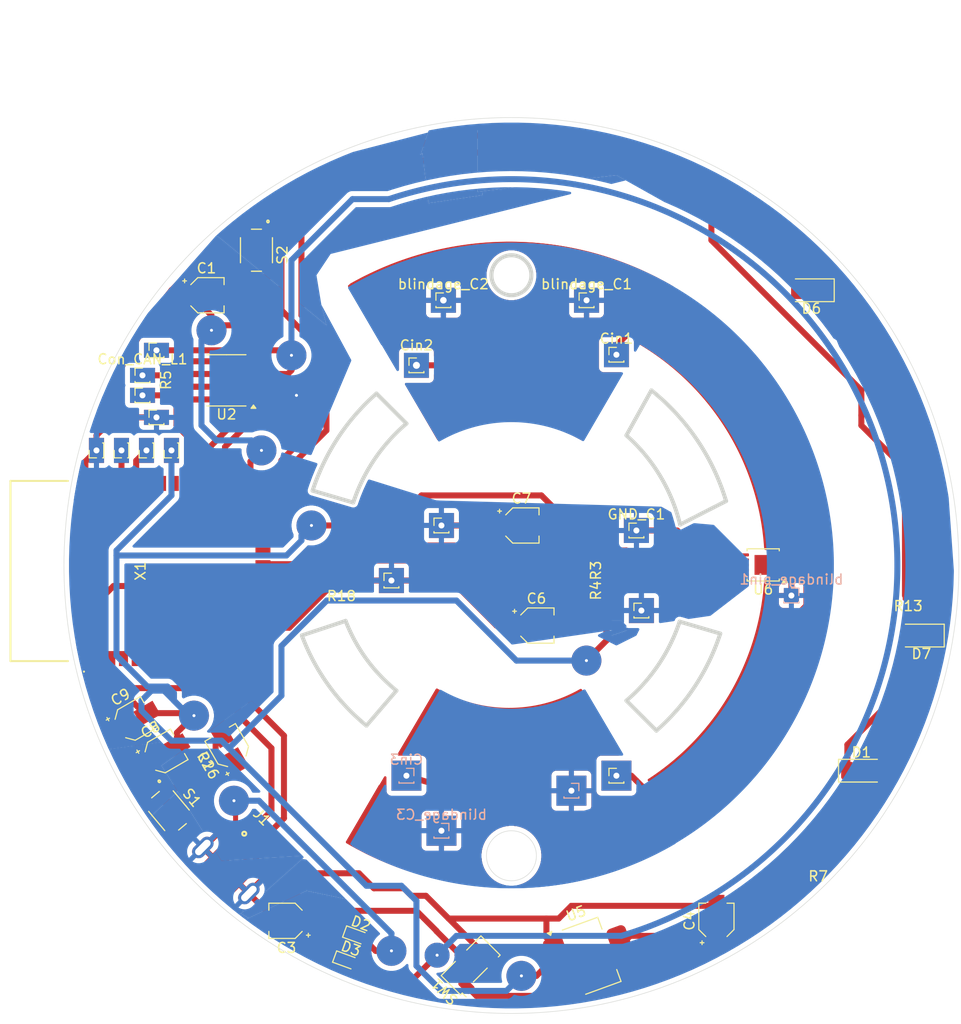
<source format=kicad_pcb>
(kicad_pcb (version 20241229) (generator "pcbnew") (generator_version "9.0")
  (layers (0 "F.Cu" signal) (2 "B.Cu" signal) (13 "F.Paste" user) (15 "B.Paste" user) (5 "F.SilkS" user "F.Silkscreen") (7 "B.SilkS" user "B.Silkscreen") (1 "F.Mask" user) (3 "B.Mask" user) (25 "Edge.Cuts" user))
  (net 0 "")
  (net 1 "+3.3V")
  (net 2 "GND")
  (net 3 "+5V")
  (net 4 "Net-(X1-IO0)")
  (net 5 "Net-(X1-EN)")
  (net 6 "Net-(U6-SCL)")
  (net 7 "Net-(U6-SDA)")
  (net 8 "Net-(D6-A)")
  (net 9 "Net-(D7-A)")
  (net 10 "Net-(X1-IO45)")
  (net 11 "Net-(X1-IO48)")
  (net 12 "DN")
  (net 13 "DP")
  (net 14 "Net-(Cin4-Pin_1)")
  (net 15 "Net-(Cin3-Pin_1)")
  (net 16 "Net-(Cin1-Pin_1)")
  (net 17 "Net-(Cin2-Pin_1)")
  (net 18 "Net-(X1-IO46)")
  (net 22 "Net-(D2-K)")
  (net 24 "/Blinddd")
  (net 29 "Net-(Con_CAN_H1-Pin_1)")
  (net 31 "Net-(Con_CAN_L1-Pin_1)")
  (net 32 "Net-(D1-A)")
  (net 33 "Net-(SW1-C)")
  (net 34 "Con_RXD_UART1")
  (net 36 "Con_TXD_UART1")
  (net 37 "RXD")
  (net 49 "S_CAN")
  (net 50 "TXD")
  (net 51 "5V_CAN")
  (footprint "Capacitor_SMD:CP_Elec_3x5.3" (layer "F.Cu") (at 115.75 117.75 30)
    (property "Reference" "C8")
    (property "Value" "22uf")
  )
  (footprint "Connector_PinHeader_1.00mm:PinHeader_1x01_P1.00mm_Vertical" (layer "F.Cu") (at 141 79)
    (property "Reference" "Cin2")
    (property "Value" "Conn_01x01_Pin")
  )
  (footprint "Button_Switch_SMD:Nidec_Copal_CAS-120A" (layer "F.Cu") (at 146.424264 138.94939 135)
    (property "Reference" "SW1")
    (property "Value" "SW_Nidec_CAS-120A1")
  )
  (footprint "Connector_PinHeader_1.00mm:PinHeader_1x01_P1.00mm_Vertical" (layer "F.Cu") (at 161 77.940515)
    (property "Reference" "Cin1")
    (property "Value" "Conn_01x01_Pin")
  )
  (footprint "Connector_PinHeader_1.00mm:PinHeader_1x01_P1.00mm_Vertical" (layer "F.Cu") (at 114 87.5 90)
    (property "Reference" "Con_RXD_UART1" (hide yes))
    (property "Value" "Conn_01x01_Pin" (hide yes))
  )
  (footprint "Capacitor_SMD:CP_Elec_3x5.3" (layer "F.Cu") (at 112.75 114.5 30)
    (property "Reference" "C9")
    (property "Value" "100nF")
  )
  (footprint "Resistor_SMD:R_0201_0603Metric" (layer "F.Cu") (at 119.25 119.5 -60)
    (property "Reference" "R16")
    (property "Value" "10k" (hide yes))
  )
  (footprint "ESP32-S3-WROOM-1-N16R8:ESP32S3WROOM1N8R2" (layer "F.Cu") (at 113.15 99.55 90)
    (property "Reference" "X1")
    (property "Value" "ESP32-S3-WROOM-1-N16R8")
    (property "VALUE" "ESP32-S3-WROOM-1-N16R8" (hide yes))
  )
  (footprint "Resistor_SMD:R_0201_0603Metric" (layer "F.Cu") (at 160 99.5 90)
    (property "Reference" "R3")
    (property "Value" "4.7k")
  )
  (footprint "Connector_PinHeader_1.00mm:PinHeader_1x01_P1.00mm_Vertical" (layer "F.Cu") (at 163.5 103.5)
    (property "Reference" "GND_C4" (hide yes))
    (property "Value" "Conn_01x01_Pin" (hide yes))
  )
  (footprint "Diode_SMD:D_SOD-523" (layer "F.Cu") (at 134 138.5 -20)
    (property "Reference" "D3")
    (property "Value" "1N4148WT")
  )
  (footprint "Capacitor_SMD:CP_Elec_3x5.3" (layer "F.Cu") (at 122.25 117.200962 120)
    (property "Reference" "C2")
    (property "Value" "100nF")
  )
  (footprint "Connector_PinHeader_1.00mm:PinHeader_1x01_P1.00mm_Vertical" (layer "F.Cu") (at 113.6 80)
    (property "Reference" "Con_CAN_L1")
    (property "Value" "Conn_01x01_Pin" (hide yes))
  )
  (footprint "Connector_PinHeader_1.00mm:PinHeader_1x01_P1.00mm_Vertical" (layer "F.Cu") (at 161 120)
    (property "Reference" "Cin4" (hide yes))
    (property "Value" "Conn_01x01_Pin" (hide yes))
  )
  (footprint "Resistor_SMD:R_0201_0603Metric" (layer "F.Cu") (at 160 101.5 90)
    (property "Reference" "R4")
    (property "Value" "4.7k")
  )
  (footprint "Connector_PinHeader_1.00mm:PinHeader_1x01_P1.00mm_Vertical" (layer "F.Cu") (at 116.5 87.5 90)
    (property "Reference" "Con_3v3_UART1" (hide yes))
    (property "Value" "Conn_01x01_Pin" (hide yes))
  )
  (footprint "Diode_SMD:D_SOD-523" (layer "F.Cu") (at 135 136 -20)
    (property "Reference" "D2")
    (property "Value" "1N4148WT" (hide yes))
  )
  (footprint "Package_SO:MSOP-10-1EP_3x3mm_P0.5mm_EP1.73x1.98mm" (layer "F.Cu") (at 175.678091 98.940515 180)
    (property "Reference" "U6")
    (property "Value" "FDC1004DGSR")
  )
  (footprint "Connector_PinHeader_1.00mm:PinHeader_1x01_P1.00mm_Vertical" (layer "F.Cu") (at 109 87.5 90)
    (property "Reference" "Con_GND_UART1" (hide yes))
    (property "Value" "Conn_01x01_Pin" (hide yes))
  )
  (footprint "LED_SMD:LED_1206_3216Metric" (layer "F.Cu") (at 191.5 106 180)
    (property "Reference" "D7")
    (property "Value" "IR26-21C_L110_TR8" (hide yes))
  )
  (footprint "Package_SO:SOIC-8_3.9x4.9mm_P1.27mm" (layer "F.Cu") (at 122 80.5 180)
    (property "Reference" "U2")
    (property "Value" "TJA1050T")
  )
  (footprint "Resistor_SMD:R_0201_0603Metric" (layer "F.Cu") (at 178.18 68 180)
    (property "Reference" "R12" (hide yes))
    (property "Value" "1K")
  )
  (footprint "LED_SMD:LED_1206_3216Metric" (layer "F.Cu") (at 180.5 71.5 180)
    (property "Reference" "D6")
    (property "Value" "IR26-21C_L110_TR8" (hide yes))
  )
  (footprint "Resistor_SMD:R_0201_0603Metric" (layer "F.Cu") (at 181.18 129 180)
    (property "Reference" "R7")
    (property "Value" "1K")
  )
  (footprint "SKRPACE010:SW_SKRPACE010" (layer "F.Cu") (at 116.25 123.5 -50)
    (property "Reference" "S1")
    (property "Value" "SKRPACE010")
  )
  (footprint "SKRPACE010:SW_SKRPACE010" (layer "F.Cu") (at 125 67.5 -90)
    (property "Reference" "S2")
    (property "Value" "SKRPACE010")
  )
  (footprint "Package_TO_SOT_SMD:SOT-223-3_TabPin2" (layer "F.Cu") (at 158.5 138 20)
    (property "Reference" "U5")
    (property "Value" "TLV76133DCY")
  )
  (footprint "Connector_PinHeader_1.00mm:PinHeader_1x01_P1.00mm_Vertical" (layer "F.Cu") (at 138.5 100.5)
    (property "Reference" "GND_C3" (hide yes))
    (property "Value" "Conn_01x01_Pin" (hide yes))
  )
  (footprint "Connector_PinHeader_1.00mm:PinHeader_1x01_P1.00mm_Vertical" (layer "F.Cu") (at 115 77.5)
    (property "Reference" "Con_5V_CAN1" (hide yes))
    (property "Value" "Conn_01x01_Pin" (hide yes))
  )
  (footprint "Connector_PinHeader_1.00mm:PinHeader_1x01_P1.00mm_Vertical" (layer "F.Cu") (at 143.694615 72.5)
    (property "Reference" "blindage_C2")
    (property "Value" "Conn_01x01_Pin")
  )
  (footprint "Capacitor_SMD:CP_Elec_3x5.3" (layer "F.Cu") (at 153 105)
    (property "Reference" "C6")
    (property "Value" "1uF")
  )
  (footprint "Connector_PinHeader_1.00mm:PinHeader_1x01_P1.00mm_Vertical" (layer "F.Cu") (at 115 84.2)
    (property "Reference" "Con_GND_CAN1" (hide yes))
    (property "Value" "Conn_01x01_Pin" (hide yes))
  )
  (footprint "Connector_PinHeader_1.00mm:PinHeader_1x01_P1.00mm_Vertical" (layer "F.Cu") (at 143.5 95)
    (property "Reference" "GND_C2" (hide yes))
    (property "Value" "Conn_01x01_Pin" (hide yes))
  )
  (footprint "Capacitor_SMD:CP_Elec_3x5.3" (layer "F.Cu") (at 120 72)
    (property "Reference" "C1")
    (property "Value" "100nF")
  )
  (footprint "Resistor_SMD:R_0201_0603Metric" (layer "F.Cu") (at 190.18 102 180)
    (property "Reference" "R13")
    (property "Value" "1K")
  )
  (footprint "Capacitor_SMD:CP_Elec_3x5.3" (layer "F.Cu") (at 171 134.5 90)
    (property "Reference" "C4")
    (property "Value" "2.2uF")
  )
  (footprint "2013499-1:TE_2013499-1" (layer "F.Cu") (at 121.939251 129.472272 -45)
    (property "Reference" "J1")
    (property "Value" "2013499-1")
  )
  (footprint "LED_SMD:LED_1206_3216Metric" (layer "F.Cu") (at 185.5 119.5)
    (property "Reference" "D1")
    (property "Value" "IR26-21C_L110_TR8")
  )
  (footprint "Connector_PinHeader_1.00mm:PinHeader_1x01_P1.00mm_Vertical" (layer "F.Cu") (at 158.015233 72.5)
    (property "Reference" "blindage_C1")
    (property "Value" "Conn_01x01_Pin")
  )
  (footprint "Connector_PinHeader_1.00mm:PinHeader_1x01_P1.00mm_Vertical" (layer "F.Cu") (at 113.6 82)
    (property "Reference" "Con_CAN_H1" (hide yes))
    (property "Value" "Conn_01x01_Pin" (hide yes))
  )
  (footprint "Resistor_SMD:R_0201_0603Metric" (layer "F.Cu") (at 117 80.475 90)
    (property "Reference" "R5")
    (property "Value" "120")
  )
  (footprint "Capacitor_SMD:CP_Elec_3x5.3" (layer "F.Cu") (at 128 134.5 180)
    (property "Reference" "C3")
    (property "Value" "1uF")
  )
  (footprint "Connector_PinHeader_1.00mm:PinHeader_1x01_P1.00mm_Vertical" (layer "F.Cu") (at 111.5 87.5 90)
    (property "Reference" "Con_TXD_UART1" (hide yes))
    (property "Value" "Conn_01x01_Pin" (hide yes))
  )
  (footprint "Resistor_SMD:R_0201_0603Metric" (layer "F.Cu") (at 133.5 101 180)
    (property "Reference" "R18")
    (property "Value" "10K")
  )
  (footprint "Connector_PinHeader_1.00mm:PinHeader_1x01_P1.00mm_Vertical" (layer "F.Cu") (at 163 95.5)
    (property "Reference" "GND_C1")
    (property "Value" "Conn_01x01_Pin")
  )
  (footprint "Capacitor_SMD:CP_Elec_3x5.3" (layer "F.Cu") (at 151.5 95)
    (property "Reference" "C7")
    (property "Value" "100 nF")
  )
  (footprint "Connector_PinHeader_1.00mm:PinHeader_1x01_P1.00mm_Vertical" (layer "B.Cu") (at 178.5 102 180)
    (property "Reference" "blindage_pin1")
    (property "Value" "Conn_01x01_Pin")
  )
  (footprint "Connector_PinHeader_1.00mm:PinHeader_1x01_P1.00mm_Vertical" (layer "B.Cu") (at 143.5 125.5 180)
    (property "Reference" "blindage_C3")
    (property "Value" "Conn_01x01_Pin")
  )
  (footprint "Connector_PinHeader_1.00mm:PinHeader_1x01_P1.00mm_Vertical" (layer "B.Cu") (at 156.5 121.5 180)
    (property "Reference" "blindage_C4" (hide yes))
    (property "Value" "Conn_01x01_Pin" (hide yes))
  )
  (footprint "Connector_PinHeader_1.00mm:PinHeader_1x01_P1.00mm_Vertical" (layer "B.Cu") (at 140 120 180)
    (property "Reference" "Cin3")
    (property "Value" "Conn_01x01_Pin")
  )
  (gr_arc (start 128.422655 62.00553) (mid 147.110039 56.052263) (end 166.5 59) (stroke (width 0.6)) (layer "F.Cu") (net 10))
  (gr_arc (start 183.025033 75.755526) (mid 190.334879 87.727939) (end 193 101.5) (stroke (width 0.6)) (layer "F.Cu") (net 2))
  (gr_arc (start 176.444882 105.24599) (mid 172.22444 114.498322) (end 164.849192 121.5) (stroke (width 0.6)) (layer "F.Cu") (net 14))
  (gr_line (start 155.679485 68.948767) (end 154.5 69.5) (stroke (width 0.6)) (layer "F.Cu") (net 17))
  (gr_arc (start 130 63) (mid 148.269119 57.660479) (end 167.008017 60.995883) (stroke (width 0.6)) (layer "F.Cu") (net 11))
  (gr_line (start 156 126.5) (end 149.965059 123) (stroke (width 0.6)) (layer "F.Cu") (net 15))
  (gr_arc (start 109.862551 82.849219) (mid 112.752306 76.923732) (end 116.5 71.5) (stroke (width 0.6)) (layer "F.Cu") (net 2))
  (gr_line (start 154.5 69.5) (end 151 75.5) (stroke (width 0.6)) (layer "F.Cu") (net 17))
  (gr_line (start 149.965059 123) (end 140 120) (stroke (width 0.6)) (layer "F.Cu") (net 15))
  (gr_arc (start 165 75) (mid 174.062578 83.61679) (end 178.523964 95.299061) (stroke (width 0.6)) (layer "F.Cu") (net 16))
  (gr_line (start 162.740337 127.481119) (end 156 126.5) (stroke (width 0.6)) (layer "F.Cu") (net 15))
  (gr_line (start 151 75.5) (end 149.5 76.5) (stroke (width 0.6)) (layer "F.Cu") (net 17))
  (gr_line (start 179.499999 98) (end 178.5 98.5) (stroke (width 0.4)) (layer "F.Cu") (net 17))
  (gr_arc (start 181.399683 101.49191) (mid 175.68184 117.079683) (end 162.740337 127.481119) (stroke (width 0.6)) (layer "F.Cu") (net 15))
  (gr_arc (start 155.677178 68.961485) (mid 172.923843 79.10377) (end 179.5 98) (stroke (width 0.6)) (layer "F.Cu") (net 17))
  (gr_arc (start 156.838622 60.923474) (mid 189.02633 96.607964) (end 161.5 136) (stroke (width 0.6)) (layer "B.Cu") (net 51))
  (gr_arc (start 138.25155 62.394325) (mid 147.454944 60.519776) (end 156.838622 60.923474) (stroke (width 0.6)) (layer "B.Cu") (net 51))
  (gr_arc (start 167.32409 104.60803) (mid 165.201507 108.917948) (end 162 112.5) (stroke (width 0.4)) (layer "Edge.Cuts"))
  (gr_line (start 167.32409 104.60803) (end 171.38673 105.800331) (stroke (width 0.4)) (layer "Edge.Cuts"))
  (gr_line (start 161.999998 86) (end 164.5 81.500002) (stroke (width 0.4)) (layer "Edge.Cuts"))
  (gr_line (start 139.000002 111.500001) (end 136 115) (stroke (width 0.4)) (layer "Edge.Cuts"))
  (gr_arc (start 130.614776 91.517617) (mid 133.155497 86.23805) (end 137.001507 81.817948) (stroke (width 0.4)) (layer "Edge.Cuts"))
  (gr_arc (start 164.5 81.5) (mid 169.075193 86.461571) (end 171.965783 92.560265) (stroke (width 0.4)) (layer "Edge.Cuts"))
  (gr_line (start 133.916064 104.532488) (end 129.538393 105.985601) (stroke (width 0.4)) (layer "Edge.Cuts"))
  (gr_line (start 161.999998 112.5) (end 165 115.5) (stroke (width 0.4)) (layer "Edge.Cuts"))
  (gr_arc (start 136 115.000001) (mid 132.17272 110.920362) (end 129.538393 105.985604) (stroke (width 0.4)) (layer "Edge.Cuts"))
  (gr_circle (center 150.5 70) (end 150.5 72) (stroke (width 0.4)) (fill no) (layer "Edge.Cuts"))
  (gr_line (start 134.677417 92.709918) (end 130.614777 91.517617) (stroke (width 0.4)) (layer "Edge.Cuts"))
  (gr_arc (start 134.677417 92.709918) (mid 136.8 88.4) (end 140.001507 84.817948) (stroke (width 0.4)) (layer "Edge.Cuts"))
  (gr_circle (center 150.5 128) (end 150.5 125.5) (stroke (width 0.05)) (fill no) (layer "Edge.Cuts"))
  (gr_line (start 171.965783 92.560265) (end 167.36797 94.910795) (stroke (width 0.4)) (layer "Edge.Cuts"))
  (gr_arc (start 139 111.500001) (mid 136.00076 108.349901) (end 133.916064 104.532492) (stroke (width 0.4)) (layer "Edge.Cuts"))
  (gr_line (start 140.001509 84.817948) (end 137.001507 81.817948) (stroke (width 0.4)) (layer "Edge.Cuts"))
  (gr_arc (start 162 86) (mid 165.367279 90.043773) (end 167.36797 94.910795) (stroke (width 0.4)) (layer "Edge.Cuts"))
  (gr_circle (center 150.5 99) (end 195 103.763475) (stroke (width 0.05)) (fill no) (layer "Edge.Cuts"))
  (gr_arc (start 171.386731 105.800331) (mid 168.84601 111.079898) (end 165 115.5) (stroke (width 0.4)) (layer "Edge.Cuts"))
  (segment (start 160 105) (end 160 101.981) (width 0.6) (layer "F.Cu") (net 1))
  (segment (start 160 106.5) (end 158 108.5) (width 0.6) (layer "F.Cu") (net 1))
  (segment (start 109.16 109.16) (end 113.75 113.75) (width 0.6) (layer "F.Cu") (net 1))
  (segment (start 118.5 113.75) (end 118.75 114) (width 0.6) (layer "F.Cu") (net 1))
  (segment (start 151.5 140) (end 153 140) (width 0.6) (layer "F.Cu") (net 1))
  (segment (start 117.049038 117) (end 118.94166 118.892622) (width 0.6) (layer "F.Cu") (net 1))
  (segment (start 171 136) (end 174 136) (width 0.6) (layer "F.Cu") (net 1))
  (segment (start 117.049038 115.700962) (end 118.75 114) (width 0.6) (layer "F.Cu") (net 1))
  (segment (start 156.5 97.5) (end 160 97.5) (width 0.6) (layer "F.Cu") (net 1))
  (segment (start 173.515591 98.940515) (end 169.440515 98.940515) (width 0.4) (layer "F.Cu") (net 1))
  (segment (start 180.86 129.14) (end 180.86 129) (width 0.6) (layer "F.Cu") (net 1))
  (segment (start 118.75 114) (end 118.75 114.10918) (width 0.3) (layer "F.Cu") (net 1))
  (segment (start 155.5 96.5) (end 156.5 97.5) (width 0.6) (layer "F.Cu") (net 1))
  (segment (start 117.049038 117) (end 117.049038 115.700962) (width 0.6) (layer "F.Cu") (net 1))
  (segment (start 168.5 98) (end 162.5 98) (width 0.6) (layer "F.Cu") (net 1))
  (segment (start 161.46003 136.922637) (end 162.382667 136) (width 0.6) (layer "F.Cu") (net 1))
  (segment (start 138.5 95) (end 130.5 95) (width 0.6) (layer "F.Cu") (net 1))
  (segment (start 155.5 95) (end 153 95) (width 0.6) (layer "F.Cu") (net 1))
  (segment (start 162 97.5) (end 160 97.5) (width 0.6) (layer "F.Cu") (net 1))
  (segment (start 159.305304 139.077363) (end 155.53997 139.077363) (width 0.6) (layer "F.Cu") (net 1))
  (segment (start 153.5 92) (end 141.5 92) (width 0.6) (layer "F.Cu") (net 1))
  (segment (start 162.382667 136) (end 171 136) (width 0.6) (layer "F.Cu") (net 1))
  (segment (start 153.922637 139.077363) (end 155.53997 139.077363) (width 0.6) (layer "F.Cu") (net 1))
  (segment (start 160 105) (end 160 106.5) (width 0.6) (layer "F.Cu") (net 1))
  (segment (start 174 136) (end 180.86 129.14) (width 0.6) (layer "F.Cu") (net 1))
  (segment (start 162.5 98) (end 162 97.5) (width 0.6) (layer "F.Cu") (net 1))
  (segment (start 118.75 114) (end 118.75 114.265744) (width 0.3) (layer "F.Cu") (net 1))
  (segment (start 155.5 96.5) (end 155.5 94) (width 0.6) (layer "F.Cu") (net 1))
  (segment (start 161.46003 136.922637) (end 159.305304 139.077363) (width 0.6) (layer "F.Cu") (net 1))
  (segment (start 154.5 105) (end 160 105) (width 0.6) (layer "F.Cu") (net 1))
  (segment (start 113.75 113.75) (end 114.049038 113.75) (width 0.6) (layer "F.Cu") (net 1))
  (segment (start 169.440515 98.940515) (end 168.5 98) (width 0.4) (layer "F.Cu") (net 1))
  (segment (start 118.75 114.10918) (end 118.94541 114.30459) (width 0.3) (layer "F.Cu") (net 1))
  (segment (start 118.75 114.265744) (end 118.867128 114.382872) (width 0.3) (layer "F.Cu") (net 1))
  (segment (start 109.16 109.16) (end 109.16 108.25) (width 0.6) (layer "F.Cu") (net 1))
  (segment (start 155.5 96.5) (end 155.5 95) (width 0.3) (layer "F.Cu") (net 1))
  (segment (start 114.049038 113.75) (end 118.5 113.75) (width 0.6) (layer "F.Cu") (net 1))
  (segment (start 118.94166 118.892622) (end 118.94166 119.074532) (width 0.6) (layer "F.Cu") (net 1))
  (segment (start 141.5 92) (end 138.5 95) (width 0.6) (layer "F.Cu") (net 1))
  (segment (start 153 140) (end 153.922637 139.077363) (width 0.6) (layer "F.Cu") (net 1))
  (segment (start 155.5 94) (end 153.5 92) (width 0.6) (layer "F.Cu") (net 1))
  (segment (start 160 97.5) (end 160 99.089) (width 0.6) (layer "F.Cu") (net 1))
  (via (at 158 108.5) (size 3) (drill 0.3) (layers "F.Cu" "B.Cu") (net 1))
  (via (at 151.5 140) (size 3) (drill 0.3) (layers "F.Cu" "B.Cu") (net 1))
  (via (at 130.5 95) (size 3) (drill 0.3) (layers "F.Cu" "B.Cu") (net 1))
  (via (at 118.75 114) (size 3) (drill 0.3) (layers "F.Cu" "B.Cu") (net 1))
  (segment (start 114.5 111.5) (end 113.5 112.5) (width 0.6) (layer "B.Cu") (net 1))
  (segment (start 158 108.5) (end 151 108.5) (width 0.6) (layer "B.Cu") (net 1))
  (segment (start 116.5 92) (end 116.5 87.5) (width 0.6) (layer "B.Cu") (net 1))
  (segment (start 132.035019 102.5) (end 127.5 107.035019) (width 0.6) (layer "B.Cu") (net 1))
  (segment (start 116.097334 111.097334) (end 114.097334 111.097334) (width 0.6) (layer "B.Cu") (net 1))
  (segment (start 116.75 111.75) (end 116.097334 111.097334) (width 0.6) (layer "B.Cu") (net 1))
  (segment (start 136 131) (end 122.25 117.25) (width 0.6) (layer "B.Cu") (net 1))
  (segment (start 111 108) (end 111 98) (width 0.6) (layer "B.Cu") (net 1))
  (segment (start 151.5 140) (end 150 141.5) (width 0.6) (layer "B.Cu") (net 1))
  (segment (start 115.75 111.5) (end 114.5 111.5) (width 0.6) (layer "B.Cu") (net 1))
  (segment (start 121.5 116.5) (end 122.25 117.25) (width 0.6) (layer "B.Cu") (net 1))
  (segment (start 114.097334 111.097334) (end 111 108) (width 0.6) (layer "B.Cu") (net 1))
  (segment (start 114.25 94.25) (end 116.5 92) (width 0.6) (layer "B.Cu") (net 1))
  (segment (start 139.5 131) (end 136 131) (width 0.6) (layer "B.Cu") (net 1))
  (segment (start 130.5 95) (end 129.5 96) (width 0.6) (layer "B.Cu") (net 1))
  (segment (start 118.25 114) (end 115.75 111.5) (width 0.6) (layer "B.Cu") (net 1))
  (segment (start 113.5 112.5) (end 113.5 113.5) (width 0.6) (layer "B.Cu") (net 1))
  (segment (start 127.5 107.035019) (end 127.5 112) (width 0.6) (layer "B.Cu") (net 1))
  (segment (start 151 108.5) (end 145 102.5) (width 0.6) (layer "B.Cu") (net 1))
  (segment (start 113.5 113.5) (end 116.5 116.5) (width 0.6) (layer "B.Cu") (net 1))
  (segment (start 150 141.5) (end 143.5 141.5) (width 0.6) (layer "B.Cu") (net 1))
  (segment (start 118.75 114) (end 118.25 114) (width 0.6) (layer "B.Cu") (net 1))
  (segment (start 141 139) (end 141 132.5) (width 0.6) (layer "B.Cu") (net 1))
  (segment (start 116.5 116.5) (end 121.5 116.5) (width 0.6) (layer "B.Cu") (net 1))
  (segment (start 128 98) (end 111 98) (width 0.6) (layer "B.Cu") (net 1))
  (segment (start 143.5 141.5) (end 141 139) (width 0.6) (layer "B.Cu") (net 1))
  (segment (start 111 98) (end 111 97.5) (width 0.6) (layer "B.Cu") (net 1))
  (segment (start 116.75 112.5) (end 116.75 111.75) (width 0.6) (layer "B.Cu") (net 1))
  (segment (start 129.5 96.5) (end 128 98) (width 0.6) (layer "B.Cu") (net 1))
  (segment (start 145 102.5) (end 132.035019 102.5) (width 0.6) (layer "B.Cu") (net 1))
  (segment (start 127.5 112) (end 122.25 117.25) (width 0.6) (layer "B.Cu") (net 1))
  (segment (start 141 132.5) (end 139.5 131) (width 0.6) (layer "B.Cu") (net 1))
  (segment (start 129.5 96) (end 129.5 96.5) (width 0.6) (layer "B.Cu") (net 1))
  (segment (start 111 97.5) (end 114.25 94.25) (width 0.6) (layer "B.Cu") (net 1))
  (segment (start 118.25 114) (end 116.75 112.5) (width 0.6) (layer "B.Cu") (net 1))
  (segment (start 129 82) (end 127.5 82) (width 0.6) (layer "F.Cu") (net 2))
  (segment (start 117.01 102.45) (end 117.01 99.65) (width 0.6) (layer "F.Cu") (net 2))
  (segment (start 121.5 71.999999) (end 123.924999 69.575) (width 0.6) (layer "F.Cu") (net 2))
  (segment (start 111.450962 115.25) (end 111.450962 113.200962) (width 0.6) (layer "F.Cu") (net 2))
  (segment (start 118 122.5) (end 117.898545 122.601455) (width 0.6) (layer "F.Cu") (net 2))
  (segment (start 173.5 133) (end 171 133) (width 0.6) (layer "F.Cu") (net 2))
  (segment (start 123 118.5) (end 119.5 122) (width 0.6) (layer "F.Cu") (net 2))
  (segment (start 114.21 99.65) (end 115.61 99.65) (width 0.6) (layer "F.Cu") (net 2))
  (segment (start 117.000001 72.000001) (end 116.5 71.5) (width 0.6) (layer "F.Cu") (net 2))
  (segment (start 107.89 109.64) (end 107.89 103.86) (width 0.6) (layer "F.Cu") (net 2))
  (segment (start 143.5 95) (end 147.5 95) (width 0.6) (layer "F.Cu") (net 2))
  (segment (start 151.5 105) (end 149 105) (width 0.6) (layer "F.Cu") (net 2))
  (segment (start 139.75 131.25) (end 140.5 132) (width 0.6) (layer "F.Cu") (net 2))
  (segment (start 127.5 82) (end 126.635 81.135) (width 0.6) (layer "F.Cu") (net 2))
  (segment (start 117.898545 122.601455) (end 114.092719 122.601455) (width 0.6) (layer "F.Cu") (net 2))
  (segment (start 169.574249 98) (end 169.963764 98.389515) (width 0.5) (layer "F.Cu") (net 2))
  (segment (start 116.5 71.5) (end 118.425 69.575) (width 0.6) (layer "F.Cu") (net 2))
  (segment (start 126.5 134.5) (end 126.5 134.033021) (width 0.6) (layer "F.Cu") (net 2))
  (segment (start 147.5 95) (end 150 95) (width 0.6) (layer "F.Cu") (net 2))
  (segment (start 193 105.9) (end 193 101.5) (width 0.6) (layer "F.Cu") (net 2))
  (segment (start 154 136.16275) (end 154 134.275126) (width 0.6) (layer "F.Cu") (net 2))
  (segment (start 155.224874 134.275126) (end 156.5 133) (width 0.6) (layer "F.Cu") (net 2))
  (segment (start 181.9 74.630493) (end 181.9 71.5) (width 0.6) (layer "F.Cu") (net 2))
  (segment (start 121.408921 125.477119) (end 119.5 123.568198) (width 0.6) (layer "F.Cu") (net 2))
  (segment (start 184.1 119.5) (end 184.1 116.9) (width 0.6) (layer "F.Cu") (net 2))
  (segment (start 109 87.5) (end 107.89 88.61) (width 0.6) (layer "F.Cu") (net 2))
  (segment (start 136.75 131.25) (end 139.75 131.25) (width 0.6) (layer "F.Cu") (net 2))
  (segment (start 184.1 116.9) (end 188 113) (width 0.6) (layer "F.Cu") (net 2))
  (segment (start 119 122.5) (end 118 122.5) (width 0.6) (layer "F.Cu") (net 2))
  (segment (start 110.25 84.75) (end 110.45 84.75) (width 0.6) (layer "F.Cu") (net 2))
  (segment (start 192.9 106) (end 193 105.9) (width 0.2) (layer "F.Cu") (net 2))
  (segment (start 122.787779 130.3208) (end 124.240884 131.773905) (width 0.6) (layer "F.Cu") (net 2))
  (segment (start 121.090723 128.623744) (end 122.787779 130.3208) (width 0.6) (layer "F.Cu") (net 2))
  (segment (start 115.61 99.65) (end 115.61 102.45) (width 0.6) (layer "F.Cu") (net 2))
  (segment (start 156.5 133) (end 171 133) (width 0.6) (layer "F.Cu") (net 2))
  (segment (start 144.5 100.5) (end 138.5 100.5) (width 0.6) (layer "F.Cu") (net 2))
  (segment (start 114.450962 118.5) (end 114.450962 118.25) (width 0.6) (layer "F.Cu") (net 2))
  (segment (start 192.9 110.1) (end 192.9 106) (width 0.6) (layer "F.Cu") (net 2))
  (segment (start 111.450962 113.200962) (end 107.89 109.64) (width 0.6) (layer "F.Cu") (net 2))
  (segment (start 126.635 81.135) (end 124.475 81.135) (width 0.6) (layer "F.Cu") (net 2))
  (segment (start 113.25 119.700962) (end 113.25 121.758736) (width 0.6) (layer "F.Cu") (net 2))
  (segment (start 154.753321 136.916071) (end 154 136.16275) (width 0.6) (layer "F.Cu") (net 2))
  (segment (start 125.934404 130.002602) (end 125.934404 129.684404) (width 0.3) (layer "F.Cu") (net 2))
  (segment (start 154 134.275126) (end 155.224874 134.275126) (width 0.6) (layer "F.Cu") (net 2))
  (segment (start 125.934404 129.684404) (end 124.75 128.5) (width 0.3) (layer "F.Cu") (net 2))
  (segment (start 148.474874 138.525126) (end 144.224874 134.275126) (width 0.6) (layer "F.Cu") (net 2))
  (segment (start 114.450962 118.5) (end 113.25 119.700962) (width 0.6) (layer "F.Cu") (net 2))
  (segment (start 131 129.75) (end 135.25 129.75) (width 0.6) (layer "F.Cu") (net 2))
  (segment (start 126.5 134.25) (end 131 129.75) (width 0.6) (layer "F.Cu") (net 2))
  (segment (start 114.450962 118.25) (end 111.450962 115.25) (width 0.6) (layer "F.Cu") (net 2))
  (segment (start 126.5 134.5) (end 126.5 134.25) (width 0.6) (layer "F.Cu") (net 2))
  (segment (start 135.5 100.5) (end 135 101) (width 0.6) (layer "F.Cu") (net 2))
  (segment (start 114.21 101.05) (end 114.21 99.65) (width 0.6) (layer "F.Cu") (net 2))
  (segment (start 140.5 132) (end 141.949748 132) (width 0.6) (layer "F.Cu") (net 2))
  (segment (start 126.5 134.033021) (end 124.240884 131.773905) (width 0.6) (layer "F.Cu") (net 2))
  (segment (start 169.963764 98.389515) (end 170.440515 98.389515) (width 0.5) (layer "F.Cu") (net 2))
  (segment (start 124.240884 131.696122) (end 125.934404 130.002602) (width 0.6) (layer "F.Cu") (net 2))
  (segment (start 141.949748 132) (end 144.224874 134.275126) (width 0.6) (layer "F.Cu") (net 2))
  (segment (start 169.574249 98) (end 167.074249 95.5) (width 0.6) (layer "F.Cu") (net 2))
  (segment (start 118.5 72.000001) (end 117.000001 72.000001) (width 0.6) (layer "F.Cu") (net 2))
  (segment (start 110.45 84.75) (end 111 84.2) (width 0.6) (layer "F.Cu") (net 2))
  (segment (start 119.637618 127.170639) (end 121.090723 128.623744) (width 0.6) (layer "F.Cu") (net 2))
  (segment (start 124.240884 131.773905) (end 124.240884 131.696122) (width 0.6) (layer "F.Cu") (net 2))
  (segment (start 135.25 129.75) (end 136.75 131.25) (width 0.6) (layer "F.Cu") (net 2))
  (segment (start 184.1 122.4) (end 173.5 133) (width 0.6) (layer "F.Cu") (net 2))
  (segment (start 119.637618 127.170639) (end 119.715401 127.170639) (width 0.6) (layer "F.Cu") (net 2))
  (segment (start 183.025033 75.755526) (end 181.9 74.630493) (width 0.6) (layer "F.Cu") (net 2))
  (segment (start 113.25 121.758736) (end 114.092719 122.601455) (width 0.6) (layer "F.Cu") (net 2))
  (segment (start 117.01 101.05) (end 114.21 101.05) (width 0.6) (layer "F.Cu") (net 2))
  (segment (start 184.1 119.5) (end 184.1 122.4) (width 0.6) (layer "F.Cu") (net 2))
  (segment (start 107.89 103.86) (end 110.7 101.05) (width 0.6) (layer "F.Cu") (net 2))
  (segment (start 119.715401 127.170639) (end 121.408921 125.477119) (width 0.6) (layer "F.Cu") (net 2))
  (segment (start 111 84.2) (end 115 84.2) (width 0.6) (layer "F.Cu") (net 2))
  (segment (start 109 86) (end 109 87.5) (width 0.6) (layer "F.Cu") (net 2))
  (segment (start 115.61 99.65) (end 117.01 99.65) (width 0.6) (layer "F.Cu") (net 2))
  (segment (start 107.89 88.61) (end 107.89 90.75) (width 0.6) (layer "F.Cu") (net 2))
  (segment (start 144.224874 134.275126) (end 154 134.275126) (width 0.6) (layer "F.Cu") (net 2))
  (segment (start 190 113) (end 192.9 110.1) (width 0.6) (layer "F.Cu") (net 2))
  (segment (start 188 113) (end 190 113) (width 0.6) (layer "F.Cu") (net 2))
  (segment (start 109.862551 84.362551) (end 110.25 84.75) (width 0.6) (layer "F.Cu") (net 2))
  (segment (start 135 101) (end 133.82 101) (width 0.6) (layer "F.Cu") (net 2))
  (segment (start 118.425 69.575) (end 123.924999 69.575) (width 0.6) (layer "F.Cu") (net 2))
  (segment (start 110.25 84.75) (end 109 86) (width 0.6) (layer "F.Cu") (net 2))
  (segment (start 119.5 122) (end 119 122.5) (width 0.6) (layer "F.Cu") (net 2))
  (segment (start 173.515591 98.440515) (end 170.440515 98.440515) (width 0.4) (layer "F.Cu") (net 2))
  (segment (start 149 105) (end 144.5 100.5) (width 0.6) (layer "F.Cu") (net 2))
  (segment (start 109.862551 82.849219) (end 109.862551 84.362551) (width 0.6) (layer "F.Cu") (net 2))
  (segment (start 119.5 123.568198) (end 119.5 122) (width 0.6) (layer "F.Cu") (net 2))
  (segment (start 114.21 102.45) (end 114.21 101.05) (width 0.6) (layer "F.Cu") (net 2))
  (segment (start 110.7 101.05) (end 114.21 101.05) (width 0.6) (layer "F.Cu") (net 2))
  (segment (start 138.5 100.5) (end 135.5 100.5) (width 0.6) (layer "F.Cu") (net 2))
  (segment (start 117.01 102.45) (end 114.21 102.45) (width 0.6) (layer "F.Cu") (net 2))
  (segment (start 167.074249 95.5) (end 163 95.5) (width 0.6) (layer "F.Cu") (net 2))
  (via (at 129 82) (size 3) (drill 0.3) (layers "F.Cu" "B.Cu") (net 2))
  (segment (start 122.911523 122.661523) (end 122.911523 126.661523) (width 0.5) (layer "F.Cu") (net 3))
  (segment (start 122.75 122.5) (end 122.911523 122.661523) (width 0.3) (layer "F.Cu") (net 3))
  (segment (start 135.657784 136.239415) (end 136.918369 137.5) (width 0.6) (layer "F.Cu") (net 3))
  (segment (start 136.918369 137.5) (end 138.5 137.5) (width 0.6) (layer "F.Cu") (net 3))
  (segment (start 138.5 137.5) (end 139.260585 136.739415) (width 0.3) (layer "F.Cu") (net 3))
  (via (at 122.75 122.5) (size 3) (drill 0.3) (layers "F.Cu" "B.Cu") (net 3))
  (via (at 138.5 137.5) (size 3) (drill 0.3) (layers "F.Cu" "B.Cu") (net 3))
  (segment (start 125.25 122.5) (end 138.5 135.75) (width 0.6) (layer "B.Cu") (net 3))
  (segment (start 138.5 135.75) (end 138.5 137.5) (width 0.6) (layer "B.Cu") (net 3))
  (segment (start 122.75 122.5) (end 125.25 122.5) (width 0.6) (layer "B.Cu") (net 3))
  (segment (start 120.5 74.000001) (end 119.066392 72.566393) (width 0.6) (layer "F.Cu") (net 4))
  (segment (start 126.075 71.425) (end 122.5 75) (width 0.6) (layer "F.Cu") (net 4))
  (segment (start 122.5 75) (end 121.5 75) (width 0.6) (layer "F.Cu") (net 4))
  (segment (start 120.5 75.5) (end 120.5 74.000001) (width 0.6) (layer "F.Cu") (net 4))
  (segment (start 126.075 69.575) (end 126.075 71.425) (width 0.6) (layer "F.Cu") (net 4))
  (segment (start 125.5 87.5) (end 124.4 88.6) (width 0.6) (layer "F.Cu") (net 4))
  (segment (start 121 75) (end 120.5 75.5) (width 0.3) (layer "F.Cu") (net 4))
  (segment (start 124.4 88.6) (end 124.4 90.75) (width 0.6) (layer "F.Cu") (net 4))
  (segment (start 121.5 75) (end 121 75) (width 0.3) (layer "F.Cu") (net 4))
  (via (at 125.5 87.5) (size 3) (drill 0.3) (layers "F.Cu" "B.Cu") (net 4))
  (via (at 120.5 75.5) (size 3) (drill 0.3) (layers "F.Cu" "B.Cu") (net 4))
  (segment (start 125.5 87.5) (end 124.5 86.5) (width 0.6) (layer "B.Cu") (net 4))
  (segment (start 121 86.5) (end 119.5 85) (width 0.6) (layer "B.Cu") (net 4))
  (segment (start 119.5 76.5) (end 120.5 75.5) (width 0.6) (layer "B.Cu") (net 4))
  (segment (start 119.5 85) (end 119.5 76.5) (width 0.6) (layer "B.Cu") (net 4))
  (segment (start 124.5 86.5) (end 121 86.5) (width 0.6) (layer "B.Cu") (net 4))
  (segment (start 115.739714 121.21946) (end 118.288645 121.21946) (width 0.6) (layer "F.Cu") (net 5))
  (segment (start 121.5 115.901924) (end 120.91436 116.487564) (width 0.6) (layer "F.Cu") (net 5))
  (segment (start 110.43 108.25) (end 110.43 109.182) (width 0.6) (layer "F.Cu") (net 5))
  (segment (start 121.5 112.75) (end 121.5 115.901924) (width 0.6) (layer "F.Cu") (net 5))
  (segment (start 110.43 109.182) (end 112.498 111.25) (width 0.6) (layer "F.Cu") (net 5))
  (segment (start 118.288645 121.21946) (end 119.570489 119.937616) (width 0.6) (layer "F.Cu") (net 5))
  (segment (start 112.498 111.25) (end 120 111.25) (width 0.6) (layer "F.Cu") (net 5))
  (segment (start 120.91436 118.593745) (end 119.570488 119.937617) (width 0.6) (layer "F.Cu") (net 5))
  (segment (start 120 111.25) (end 121.5 112.75) (width 0.6) (layer "F.Cu") (net 5))
  (segment (start 120.91436 116.487564) (end 120.91436 118.593745) (width 0.6) (layer "F.Cu") (net 5))
  (segment (start 169.081994 99.290515) (end 169.232995 99.441515) (width 0.3) (layer "F.Cu") (net 6))
  (segment (start 149 97) (end 151 99) (width 0.6) (layer "F.Cu") (net 6))
  (segment (start 132 97) (end 149 97) (width 0.6) (layer "F.Cu") (net 6))
  (segment (start 125.65 98.865) (end 130.135 98.865) (width 0.6) (layer "F.Cu") (net 6))
  (segment (start 157.749 99.911) (end 160 99.911) (width 0.6) (layer "F.Cu") (net 6))
  (segment (start 169.232995 99.441515) (end 173.515591 99.441515) (width 0.3) (layer "F.Cu") (net 6))
  (segment (start 151 99) (end 156.838 99) (width 0.6) (layer "F.Cu") (net 6))
  (segment (start 168.4 99.290515) (end 169.081994 99.290515) (width 0.3) (layer "F.Cu") (net 6))
  (segment (start 161.38 99.82) (end 161.4 99.8) (width 0.2) (layer "F.Cu") (net 6))
  (segment (start 130.135 98.865) (end 132 97) (width 0.6) (layer "F.Cu") (net 6))
  (segment (start 161.2 99.82) (end 166.18 99.82) (width 0.6) (layer "F.Cu") (net 6))
  (segment (start 166.709485 99.290515) (end 168.4 99.290515) (width 0.6) (layer "F.Cu") (net 6))
  (segment (start 166.18 99.82) (end 166.6 99.4) (width 0.6) (layer "F.Cu") (net 6))
  (segment (start 166.6 99.4) (end 166.709485 99.290515) (width 0.6) (layer "F.Cu") (net 6))
  (segment (start 160 99.82) (end 161.2 99.82) (width 0.2) (layer "F.Cu") (net 6))
  (segment (start 161.2 99.82) (end 161.38 99.82) (width 0.2) (layer "F.Cu") (net 6))
  (segment (start 156.838 99) (end 157.749 99.911) (width 0.6) (layer "F.Cu") (net 6))
  (segment (start 167 100.5) (end 167.1 100.5) (width 0.6) (layer "F.Cu") (net 7))
  (segment (start 150 100.5) (end 148 98.5) (width 0.6) (layer "F.Cu") (net 7))
  (segment (start 132.77 98.5) (end 131.135 100.135) (width 0.6) (layer "F.Cu") (net 7))
  (segment (start 166.32 101.18) (end 160 101.18) (width 0.5) (layer "F.Cu") (net 7))
  (segment (start 167 100.5) (end 166.32 101.18) (width 0.5) (layer "F.Cu") (net 7))
  (segment (start 148 98.5) (end 132.77 98.5) (width 0.6) (layer "F.Cu") (net 7))
  (segment (start 131.135 100.135) (end 125.65 100.135) (width 0.6) (layer "F.Cu") (net 7))
  (segment (start 167.1 100.5) (end 167.508485 100.091515) (width 0.6) (layer "F.Cu") (net 7))
  (segment (start 160 101.18) (end 156.32 101.18) (width 0.6) (layer "F.Cu") (net 7))
  (segment (start 167.508485 100.091515) (end 173.515591 100.091515) (width 0.6) (layer "F.Cu") (net 7))
  (segment (start 156.32 101.18) (end 155.64 100.5) (width 0.6) (layer "F.Cu") (net 7))
  (segment (start 155.64 100.5) (end 150 100.5) (width 0.6) (layer "F.Cu") (net 7))
  (segment (start 179.1 71.5) (end 179.1 68.6) (width 0.6) (layer "F.Cu") (net 8))
  (segment (start 179.1 68.6) (end 178.5 68) (width 0.6) (layer "F.Cu") (net 8))
  (segment (start 190.1 106) (end 190.5 105.6) (width 0.3) (layer "F.Cu") (net 9))
  (segment (start 190.5 105.6) (end 190.5 102) (width 0.6) (layer "F.Cu") (net 9))
  (segment (start 127.5 88.5) (end 127.5 92.5) (width 0.6) (layer "F.Cu") (net 10))
  (segment (start 176.5 68) (end 176 67.5) (width 0.6) (layer "F.Cu") (net 10))
  (segment (start 167.5 59) (end 166.5 59) (width 0.6) (layer "F.Cu") (net 10))
  (segment (start 172.5 62) (end 170.5 62) (width 0.6) (layer "F.Cu") (net 10))
  (segment (start 127.485 92.515) (end 125.65 92.515) (width 0.6) (layer "F.Cu") (net 10))
  (segment (start 176 65.5) (end 172.5 62) (width 0.6) (layer "F.Cu") (net 10))
  (segment (start 127.5 73.5) (end 131 77) (width 0.6) (layer "F.Cu") (net 10))
  (segment (start 177.86 68) (end 176.5 68) (width 0.6) (layer "F.Cu") (net 10))
  (segment (start 127.5 62.99447) (end 127.5 73.5) (width 0.6) (layer "F.Cu") (net 10))
  (segment (start 176 67.5) (end 176 65.5) (width 0.6) (layer "F.Cu") (net 10))
  (segment (start 131 85) (end 127.5 88.5) (width 0.6) (layer "F.Cu") (net 10))
  (segment (start 127.5 92.5) (end 127.485 92.515) (width 0.6) (layer "F.Cu") (net 10))
  (segment (start 128.422655 62.00553) (end 128.422655 62.071815) (width 0.3) (layer "F.Cu") (net 10))
  (segment (start 131 77) (end 131 85) (width 0.6) (layer "F.Cu") (net 10))
  (segment (start 170.5 62) (end 167.5 59) (width 0.6) (layer "F.Cu") (net 10))
  (segment (start 128.422655 62.071815) (end 127.5 62.99447) (width 0.6) (layer "F.Cu") (net 10))
  (segment (start 170.5 66.5) (end 170.5 64.5) (width 0.6) (layer "F.Cu") (net 11))
  (segment (start 129 88.5) (end 129 92.5) (width 0.6) (layer "F.Cu") (net 11))
  (segment (start 189.86 89.36) (end 185.5 85) (width 0.6) (layer "F.Cu") (net 11))
  (segment (start 185.5 81.5) (end 170.5 66.5) (width 0.6) (layer "F.Cu") (net 11))
  (segment (start 167.008017 61.008017) (end 167.008017 60.995883) (width 0.3) (layer "F.Cu") (net 11))
  (segment (start 132 85.5) (end 129 88.5) (width 0.6) (layer "F.Cu") (net 11))
  (segment (start 129.5 63.5) (end 129.5 74) (width 0.6) (layer "F.Cu") (net 11))
  (segment (start 132 76.5) (end 132 85.5) (width 0.6) (layer "F.Cu") (net 11))
  (segment (start 130 63) (end 129.5 63.5) (width 0.6) (layer "F.Cu") (net 11))
  (segment (start 185.5 85) (end 185.5 84) (width 0.6) (layer "F.Cu") (net 11))
  (segment (start 129.5 74) (end 132 76.5) (width 0.6) (layer "F.Cu") (net 11))
  (segment (start 170.5 64.5) (end 167.008017 61.008017) (width 0.6) (layer "F.Cu") (net 11))
  (segment (start 185.5 84) (end 185.5 81.5) (width 0.6) (layer "F.Cu") (net 11))
  (segment (start 189.86 102) (end 189.86 89.36) (width 0.6) (layer "F.Cu") (net 11))
  (segment (start 129 92.5) (end 127.715 93.785) (width 0.6) (layer "F.Cu") (net 11))
  (segment (start 127.715 93.785) (end 125.65 93.785) (width 0.6) (layer "F.Cu") (net 11))
  (segment (start 124 114.75) (end 126.5 117.25) (width 0.6) (layer "F.Cu") (net 12))
  (segment (start 126.5 117.25) (end 126.5 117.5) (width 0.6) (layer "F.Cu") (net 12))
  (segment (start 123.13 113.88) (end 124 114.75) (width 0.6) (layer "F.Cu") (net 12))
  (segment (start 125.5 124.5) (end 125.5 124.949) (width 0.6) (layer "F.Cu") (net 12))
  (segment (start 123.13 108.25) (end 123.13 113.88) (width 0.6) (layer "F.Cu") (net 12))
  (segment (start 125.75 124.25) (end 125.5 124.5) (width 0.6) (layer "F.Cu") (net 12))
  (segment (start 126.5 123.5) (end 125.75 124.25) (width 0.6) (layer "F.Cu") (net 12))
  (segment (start 126.5 117.5) (end 126.5 123.5) (width 0.6) (layer "F.Cu") (net 12))
  (segment (start 125.5 124.992284) (end 125.5 124.5) (width 0.3) (layer "F.Cu") (net 12))
  (segment (start 125.5 124.992284) (end 123.371142 127.121142) (width 0.4) (layer "F.Cu") (net 12))
  (segment (start 124.4 108.25) (end 124.4 112.65) (width 0.6) (layer "F.Cu") (net 13))
  (segment (start 125.733648 125.75) (end 125.697585 125.786063) (width 0.6) (layer "F.Cu") (net 13))
  (segment (start 124.5 112.75) (end 127.75 116) (width 0.6) (layer "F.Cu") (net 13))
  (segment (start 127.75 124.25) (end 126.25 125.75) (width 0.6) (layer "F.Cu") (net 13))
  (segment (start 126.25 125.75) (end 125.733648 125.75) (width 0.6) (layer "F.Cu") (net 13))
  (segment (start 127.75 116) (end 127.75 124.25) (width 0.6) (layer "F.Cu") (net 13))
  (segment (start 126.25 125.75) (end 125.661523 125.75) (width 0.3) (layer "F.Cu") (net 13))
  (segment (start 125.661523 125.75) (end 123.830762 127.580761) (width 0.4) (layer "F.Cu") (net 13))
  (segment (start 124.4 112.65) (end 124.5 112.75) (width 0.6) (layer "F.Cu") (net 13))
  (segment (start 180 103) (end 180 100.5) (width 0.6) (layer "F.Cu") (net 14))
  (segment (start 164 121.5) (end 163 120.5) (width 0.6) (layer "F.Cu") (net 14))
  (segment (start 162.5 120) (end 161 120) (width 0.3) (layer "F.Cu") (net 14))
  (segment (start 177.75401 105.24599) (end 176.444882 105.24599) (width 0.6) (layer "F.Cu") (net 14))
  (segment (start 180 100.5) (end 178.940515 99.440515) (width 0.4) (layer "F.Cu") (net 14))
  (segment (start 164.849192 121.5) (end 164 121.5) (width 0.6) (layer "F.Cu") (net 14))
  (segment (start 163 120.5) (end 162.5 120) (width 0.6) (layer "F.Cu") (net 14))
  (segment (start 178.940515 99.440515) (end 177.840591 99.440515) (width 0.4) (layer "F.Cu") (net 14))
  (segment (start 177.75401 105.24599) (end 180 103) (width 0.6) (layer "F.Cu") (net 14))
  (segment (start 177.840591 98.940515) (end 179.940515 98.940515) (width 0.4) (layer "F.Cu") (net 15))
  (segment (start 181.399683 100.399683) (end 181.399683 101.49191) (width 0.6) (layer "F.Cu") (net 15))
  (segment (start 179.940515 98.940515) (end 181.399683 100.399683) (width 0.6) (layer "F.Cu") (net 15))
  (segment (start 178.5 97.281106) (end 178.5 95) (width 0.6) (layer "F.Cu") (net 16))
  (segment (start 161 77.940515) (end 161 77) (width 0.2) (layer "F.Cu") (net 16))
  (segment (start 177.840591 97.940515) (end 178.5 97.281106) (width 0.4) (layer "F.Cu") (net 16))
  (segment (start 161 77) (end 163 75) (width 0.6) (layer "F.Cu") (net 16))
  (segment (start 163 75) (end 164.976036 75) (width 0.6) (layer "F.Cu") (net 16))
  (segment (start 147 79) (end 141 79) (width 0.6) (layer "F.Cu") (net 17))
  (segment (start 149.5 76.5) (end 147 79) (width 0.6) (layer "F.Cu") (net 17))
  (segment (start 133.18 101) (end 132.5 101) (width 0.6) (layer "F.Cu") (net 18))
  (segment (start 125.65 105.215) (end 128.285 105.215) (width 0.6) (layer "F.Cu") (net 18))
  (segment (start 132.5 101) (end 128.285 105.215) (width 0.6) (layer "F.Cu") (net 18))
  (segment (start 141 133.5) (end 134 133.5) (width 0.6) (layer "F.Cu") (net 22))
  (segment (start 134 133.5) (end 133.75 133.75) (width 0.6) (layer "F.Cu") (net 22))
  (segment (start 133.342215 138.260586) (end 132.581629 137.5) (width 0.6) (layer "F.Cu") (net 22))
  (segment (start 133.75 133.75) (end 133.75 135.5) (width 0.6) (layer "F.Cu") (net 22))
  (segment (start 132 137.5) (end 131.5 137) (width 0.6) (layer "F.Cu") (net 22))
  (segment (start 143 135.5) (end 141 133.5) (width 0.6) (layer "F.Cu") (net 22))
  (segment (start 145.611091 138.136217) (end 143 135.525126) (width 0.6) (layer "F.Cu") (net 22))
  (segment (start 134.342216 135.760585) (end 134.081631 135.5) (width 0.6) (layer "F.Cu") (net 22))
  (segment (start 131.5 137) (end 131.5 135.5) (width 0.6) (layer "F.Cu") (net 22))
  (segment (start 134.081631 135.5) (end 133.75 135.5) (width 0.6) (layer "F.Cu") (net 22))
  (segment (start 133.75 135.5) (end 131.5 135.5) (width 0.6) (layer "F.Cu") (net 22))
  (segment (start 143 135.525126) (end 143 135.5) (width 0.6) (layer "F.Cu") (net 22))
  (segment (start 129.5 134.5) (end 130.5 134.5) (width 0.6) (layer "F.Cu") (net 22))
  (segment (start 132.581629 137.5) (end 132 137.5) (width 0.6) (layer "F.Cu") (net 22))
  (segment (start 130.5 134.5) (end 131.5 135.5) (width 0.6) (layer "F.Cu") (net 22))
  (segment (start 178.5 100.599924) (end 178.5 102) (width 0.6) (layer "F.Cu") (net 24))
  (segment (start 177.840591 99.940515) (end 178.5 100.599924) (width 0.6) (layer "F.Cu") (net 24))
  (segment (start 119.525 81.135) (end 117.34 81.135) (width 0.6) (layer "F.Cu") (net 29))
  (segment (start 116.66 81.135) (end 115.795 82) (width 0.6) (layer "F.Cu") (net 29))
  (segment (start 117.34 81.135) (end 116.66 81.135) (width 0.6) (layer "F.Cu") (net 29))
  (segment (start 115.795 82) (end 113.6 82) (width 0.6) (layer "F.Cu") (net 29))
  (segment (start 117.34 81.135) (end 117 80.795) (width 0.3) (layer "F.Cu") (net 29))
  (segment (start 119.525 79.865) (end 117.29 79.865) (width 0.6) (layer "F.Cu") (net 31))
  (segment (start 116.575 80) (end 113.6 80) (width 0.6) (layer "F.Cu") (net 31))
  (segment (start 117.29 79.865) (end 117 80.155) (width 0.3) (layer "F.Cu") (net 31))
  (segment (start 117.29 79.865) (end 116.71 79.865) (width 0.6) (layer "F.Cu") (net 31))
  (segment (start 116.71 79.865) (end 116.575 80) (width 0.6) (layer "F.Cu") (net 31))
  (segment (start 186.9 119.5) (end 186.9 123.6) (width 0.6) (layer "F.Cu") (net 32))
  (segment (start 186.9 123.6) (end 181.5 129) (width 0.6) (layer "F.Cu") (net 32))
  (segment (start 154.261344 141.238656) (end 153.5 142) (width 0.6) (layer "F.Cu") (net 33))
  (segment (start 147 142) (end 146 141) (width 0.6) (layer "F.Cu") (net 33))
  (segment (start 153.5 142) (end 147 142) (width 0.6) (layer "F.Cu") (net 33))
  (segment (start 156.087959 141) (end 156.326615 141.238656) (width 0.3) (layer "F.Cu") (net 33))
  (segment (start 156.326616 141.238656) (end 154.261344 141.238656) (width 0.6) (layer "F.Cu") (net 33))
  (segment (start 114 87.5) (end 112.97 88.53) (width 0.6) (layer "F.Cu") (net 34))
  (segment (start 112.97 88.53) (end 112.97 90.75) (width 0.6) (layer "F.Cu") (net 34))
  (segment (start 111.5 87.5) (end 111.5 90.55) (width 0.6) (layer "F.Cu") (net 36))
  (segment (start 111.5 90.55) (end 111.7 90.75) (width 0.6) (layer "F.Cu") (net 36))
  (segment (start 122 85.5) (end 119.32 88.18) (width 0.6) (layer "F.Cu") (net 37))
  (segment (start 122 79.5) (end 122 85.5) (width 0.6) (layer "F.Cu") (net 37))
  (segment (start 119.32 88.18) (end 119.32 90.75) (width 0.6) (layer "F.Cu") (net 37))
  (segment (start 124.475 78.595) (end 122.905 78.595) (width 0.6) (layer "F.Cu") (net 37))
  (segment (start 122.905 78.595) (end 122 79.5) (width 0.6) (layer "F.Cu") (net 37))
  (segment (start 117 83) (end 117 85) (width 0.6) (layer "F.Cu") (net 49))
  (segment (start 117 85) (end 118.05 86.05) (width 0.6) (layer "F.Cu") (net 49))
  (segment (start 117.595 82.405) (end 117 83) (width 0.6) (layer "F.Cu") (net 49))
  (segment (start 119.525 82.405) (end 117.595 82.405) (width 0.6) (layer "F.Cu") (net 49))
  (segment (start 118.05 86.05) (end 118.05 90.75) (width 0.6) (layer "F.Cu") (net 49))
  (segment (start 124.475 82.405) (end 126.405 82.405) (width 0.6) (layer "F.Cu") (net 50))
  (segment (start 126.405 82.405) (end 127 83) (width 0.6) (layer "F.Cu") (net 50))
  (segment (start 127 84.5) (end 126.5 85) (width 0.6) (layer "F.Cu") (net 50))
  (segment (start 127 83) (end 127 84.5) (width 0.6) (layer "F.Cu") (net 50))
  (segment (start 121.86 87.14) (end 121.86 90.75) (width 0.6) (layer "F.Cu") (net 50))
  (segment (start 124 85) (end 121.86 87.14) (width 0.6) (layer "F.Cu") (net 50))
  (segment (start 126.5 85) (end 124 85) (width 0.6) (layer "F.Cu") (net 50))
  (segment (start 136.418371 140.5) (end 134.657785 138.739414) (width 0.6) (layer "F.Cu") (net 51))
  (segment (start 128.5 79.5) (end 128.135 79.865) (width 0.6) (layer "F.Cu") (net 51))
  (segment (start 115 77.5) (end 115.5 77) (width 0.3) (layer "F.Cu") (net 51))
  (segment (start 128.135 79.865) (end 124.475 79.865) (width 0.6) (layer "F.Cu") (net 51))
  (segment (start 128.5 78) (end 128 77.5) (width 0.3) (layer "F.Cu") (net 51))
  (segment (start 143.065686 137.934315) (end 140.5 140.5) (width 0.6) (layer "F.Cu") (net 51))
  (segment (start 140.5 140.5) (end 136.418371 140.5) (width 0.6) (layer "F.Cu") (net 51))
  (segment (start 128.5 78) (end 128.5 79.5) (width 0.6) (layer "F.Cu") (net 51))
  (segment (start 128 77.5) (end 115 77.5) (width 0.6) (layer "F.Cu") (net 51))
  (via (at 128.5 78) (size 3) (drill 0.3) (layers "F.Cu" "B.Cu") (net 51))
  (via (at 143.065686 137.934315) (size 2.5) (drill 0.3) (layers "F.Cu" "B.Cu") (net 51))
  (segment (start 143.065686 137.934315) (end 145 136) (width 0.6) (layer "B.Cu") (net 51))
  (segment (start 134.605675 62.394325) (end 138.25155 62.394325) (width 0.6) (layer "B.Cu") (net 51))
  (segment (start 128.5 68.5) (end 134.605675 62.394325) (width 0.6) (layer "B.Cu") (net 51))
  (segment (start 128.5 78) (end 128.5 68.5) (width 0.6) (layer "B.Cu") (net 51))
  (segment (start 145 136) (end 161.5 136) (width 0.6) (layer "B.Cu") (net 51))
  (zone (net 24) (net_name "/Blinddd") (layer "F.Cu") (name "SHLD") (connect_pads (clearance 0.5)) (min_thickness 0.25) (fill yes (thermal_gap 0.5) (thermal_bridge_width 0.5) (island_removal_mode 1) (island_area_min 10))
    (polygon (pts (arc (start 157.482329 111.274977) (mid 150.111947 113.222157) (end 142.99617 111.23935)) (arc (start 133.897063 126.680258) (mid 150.190337 131.145411) (end 166.505376 126.760454))))
  )
  (zone (net 24) (net_name "/Blinddd") (layer "F.Cu") (name "SHLD") (connect_pads (clearance 0.5)) (min_thickness 0.25) (fill yes (thermal_gap 0.5) (thermal_bridge_width 0.5) (island_removal_mode 1) (island_area_min 10))
    (polygon (pts (arc (start 143.128733 86.529517) (mid 150.499115 84.582337) (end 157.614892 86.565144)) (arc (start 166.713999 71.124236) (mid 150.420725 66.659083) (end 134.105686 71.04404))))
  )
  (zone (net 24) (net_name "/Blinddd") (layer "F.Cu") (name "SHLD") (connect_pads (clearance 0.5)) (min_thickness 0.25) (fill yes (thermal_gap 0.5) (thermal_bridge_width 0.5) (island_removal_mode 1) (island_area_min 10))
    (polygon (pts (xy 137.645799 76.678503) (xy 137.842539 76.567291) (xy 138.239415 76.350987) (xy 138.640055 76.141737) (xy 139.044333 75.939606) (xy 139.452123 75.744657) (xy 139.863298 75.556951) (xy 140.277727 75.376546) (xy 140.695283 75.2035) (xy 141.115834 75.037866) (xy 141.539249 74.879696) (xy 141.965396 74.72904) (xy 142.39414 74.585944) (xy 142.825348 74.450454) (xy 143.258885 74.322612) (xy 143.694615 74.202458) (xy 144.132402 74.090029) (xy 144.57211 73.985361) (xy 145.013599 73.888487) (xy 145.456734 73.799436) (xy 145.901373 73.718236) (xy 146.34738 73.644914) (xy 146.794613 73.579491) (xy 147.242934 73.521989) (xy 147.692201 73.472425) (xy 148.142275 73.430815) (xy 148.593015 73.397172) (xy 149.044279 73.371507) (xy 149.495926 73.353827) (xy 149.947816 73.344137) (xy 150.399806 73.342442) (xy 150.851755 73.348741) (xy 151.303522 73.363033) (xy 151.754966 73.385313) (xy 152.205945 73.415574) (xy 152.656319 73.453807) (xy 153.105945 73.5) (xy 153.554685 73.554137) (xy 154.002396 73.616203) (xy 154.44894 73.686178) (xy 154.894177 73.76404) (xy 155.337966 73.849765) (xy 155.78017 73.943325) (xy 156.22065 74.044692) (xy 156.659268 74.153834) (xy 157.095888 74.270716) (xy 157.530371 74.395303) (xy 157.962584 74.527554) (xy 158.392389 74.66743) (xy 158.819654 74.814885) (xy 159.244243 74.969875) (xy 159.666025 75.132349) (xy 160.084867 75.302259) (xy 160.500638 75.479549) (xy 160.913209 75.664166) (xy 161.32245 75.856051) (xy 161.728233 76.055144) (xy 162.130431 76.261383) (xy 162.528919 76.474703) (xy 162.923571 76.695038) (xy 163.314265 76.922319) (xy 163.700877 77.156474) (xy 164.083288 77.39743) (xy 164.461377 77.645112) (xy 164.835026 77.899443) (xy 165.204119 78.160343) (xy 165.568539 78.42773) (xy 165.928173 78.701521) (xy 166.282908 78.981629) (xy 166.632634 79.267968) (xy 166.97724 79.560448) (xy 167.31662 79.858976) (xy 167.650666 80.163461) (xy 167.979275 80.473806) (xy 168.302343 80.789915) (xy 168.61977 81.111689) (xy 168.931456 81.439026) (xy 169.237304 81.771825) (xy 169.537217 82.109981) (xy 169.831103 82.453389) (xy 170.118869 82.801941) (xy 170.400426 83.155528) (xy 170.675684 83.51404) (xy 170.944559 83.877364) (xy 171.206965 84.245387) (xy 171.462821 84.617994) (xy 171.712047 84.995067) (xy 171.954565 85.376489) (xy 172.190298 85.762142) (xy 172.419174 86.151903) (xy 172.641121 86.545651) (xy 172.856068 86.943263) (xy 173.063949 87.344615) (xy 173.264699 87.749581) (xy 173.458256 88.158034) (xy 173.644557 88.569847) (xy 173.823546 88.98489) (xy 173.995166 89.403034) (xy 174.159364 89.824148) (xy 174.316088 90.2481) (xy 174.465289 90.674758) (xy 174.60692 91.103988) (xy 174.740937 91.535656) (xy 174.867299 91.969627) (xy 174.985965 92.405765) (xy 175.096899 92.843933) (xy 175.200066 93.283995) (xy 175.295433 93.725813) (xy 175.382971 94.169249) (xy 175.462653 94.614163) (xy 175.534452 95.060417) (xy 175.598348 95.507871) (xy 175.65432 95.956385) (xy 175.70235 96.40582) (xy 175.742423 96.856033) (xy 175.774528 97.306885) (xy 175.798653 97.758234) (xy 175.814791 98.209939) (xy 175.822938 98.661858) (xy 175.823091 99.113852) (xy 175.815249 99.565777) (xy 175.799415 100.017493) (xy 175.775595 100.468858) (xy 175.743794 100.919731) (xy 175.704025 101.369971) (xy 175.656298 101.819438) (xy 175.600629 102.26799) (xy 175.537035 102.715487) (xy 175.465537 103.161789) (xy 175.386155 103.606757) (xy 175.298917 104.050252) (xy 175.203848 104.492134) (xy 175.100978 104.932265) (xy 174.99034 105.370509) (xy 174.871968 105.806726) (xy 174.745899 106.240782) (xy 174.612173 106.672541) (xy 174.470831 107.101866) (xy 174.321918 107.528625) (xy 174.165481 107.952683) (xy 174.001567 108.373908) (xy 173.830229 108.792167) (xy 173.651521 109.207331) (xy 173.465497 109.619269) (xy 173.272216 110.027853) (xy 173.07174 110.432954) (xy 172.864129 110.834446) (xy 172.64945 111.232203) (xy 172.427769 111.626101) (xy 172.199157 112.016017) (xy 171.963683 112.401828) (xy 171.721423 112.783414) (xy 171.472452 113.160656) (xy 171.216847 113.533435) (xy 170.954689 113.901634) (xy 170.68606 114.26514) (xy 170.411044 114.623837) (xy 170.129726 114.977615) (xy 169.842195 115.326361) (xy 169.548541 115.669967) (xy 169.248855 116.008326) (xy 168.943232 116.341331) (xy 168.631767 116.668878) (xy 168.314558 116.990866) (xy 167.991703 117.307193) (xy 167.663304 117.61776) (xy 167.329463 117.92247) (xy 166.990285 118.221227) (xy 166.645876 118.513939) (xy 166.296344 118.800514) (xy 165.941797 119.080862) (xy 165.582348 119.354895) (xy 165.218108 119.622528) (xy 164.849192 119.883677) (xy 164.475715 120.13826) (xy 164.097793 120.386197) (xy 163.715545 120.627412) (xy 163.32909 120.861828) (xy 162.93855 121.089372) (xy 162.544047 121.309973) (xy 162.145703 121.523562) (xy 161.743644 121.730072) (xy 161.337996 121.929439) (xy 160.928884 122.1216) (xy 160.516438 122.306495) (xy 160.100786 122.484066) (xy 159.682059 122.654258) (xy 159.260387 122.817018) (xy 158.835902 122.972294) (xy 158.408738 123.120037) (xy 157.979027 123.260203) (xy 157.546904 123.392746) (xy 157.112504 123.517626) (xy 156.675964 123.634803) (xy 156.237419 123.744241) (xy 155.797008 123.845905) (xy 155.354867 123.939763) (xy 154.911135 124.025787) (xy 154.465952 124.10395) (xy 154.019455 124.174226) (xy 153.571785 124.236594) (xy 153.123083 124.291035) (xy 152.673487 124.33753) (xy 152.22314 124.376067) (xy 151.772181 124.406633) (xy 151.320753 124.429217) (xy 150.868995 124.443814) (xy 150.41705 124.450418) (xy 149.965059 124.449028) (xy 149.513163 124.439644) (xy 149.061504 124.422268) (xy 148.610223 124.396907) (xy 148.159461 124.363568) (xy 147.709359 124.322262) (xy 147.260058 124.273002) (xy 146.811698 124.215802) (xy 146.364421 124.150681) (xy 145.918365 124.07766) (xy 145.473671 123.99676) (xy 145.030477 123.908009) (xy 144.588921 123.811432) (xy 144.149144 123.707061) (xy 143.711281 123.594927) (xy 143.275469 123.475067) (xy 142.841846 123.347518) (xy 142.410547 123.212319) (xy 141.981706 123.069512) (xy 141.555458 122.919144) (xy 141.131937 122.76126) (xy 140.711274 122.59591) (xy 140.293601 122.423145) (xy 139.87905 122.24302) (xy 139.467749 122.055592) (xy 139.059827 121.860918) (xy 138.655413 121.659059) (xy 138.254632 121.45008) (xy 137.85761 121.234044) (xy 137.464471 121.011021) (xy 137.269651 120.896478) (xy 133.897063 126.680258) (xy 134.115488 126.808398) (xy 134.55582 127.058647) (xy 135.000027 127.30195) (xy 135.448001 127.538247) (xy 135.89963 127.76748) (xy 136.354803 127.989592) (xy 136.813409 128.204528) (xy 137.275333 128.412235) (xy 137.740462 128.612663) (xy 138.208682 128.805762) (xy 138.679876 128.991483) (xy 139.153929 129.169782) (xy 139.630723 129.340614) (xy 140.110142 129.503938) (xy 140.592066 129.659712) (xy 141.076377 129.807899) (xy 141.562956 129.948461) (xy 142.051682 130.081365) (xy 142.542435 130.206578) (xy 143.035093 130.324068) (xy 143.529537 130.433806) (xy 144.025642 130.535766) (xy 144.523288 130.629923) (xy 145.02235 130.716252) (xy 145.522708 130.794734) (xy 146.024235 130.865348) (xy 146.52681 130.928077) (xy 147.030308 130.982906) (xy 147.534606 131.029821) (xy 148.039577 131.06881) (xy 148.545099 131.099865) (xy 149.051046 131.122976) (xy 149.557294 131.138139) (xy 150.063717 131.14535) (xy 150.570191 131.144607) (xy 151.076591 131.135911) (xy 151.582792 131.119262) (xy 152.088669 131.094667) (xy 152.594097 131.062129) (xy 153.098952 131.021658) (xy 153.60311 130.973264) (xy 154.106445 130.916959) (xy 154.608834 130.852755) (xy 155.110152 130.78067) (xy 155.610277 130.700721) (xy 156.109084 130.612928) (xy 156.606451 130.517312) (xy 157.102256 130.413896) (xy 157.596375 130.302708) (xy 158.088687 130.183773) (xy 158.57907 130.057121) (xy 159.067404 129.922784) (xy 159.553568 129.780795) (xy 160.037442 129.631188) (xy 160.518908 129.474) (xy 160.997845 129.309271) (xy 161.474136 129.137041) (xy 161.947664 128.957352) (xy 162.418311 128.770249) (xy 162.885962 128.575778) (xy 163.350501 128.373986) (xy 163.811814 128.164924) (xy 164.269787 127.948643) (xy 164.724307 127.725197) (xy 165.175262 127.49464) (xy 165.62254 127.25703) (xy 166.066032 127.012425) (xy 166.505627 126.760885) (xy 166.941219 126.502473) (xy 167.372698 126.237252) (xy 167.799959 125.965287) (xy 168.222896 125.686646) (xy 168.641405 125.401398) (xy 169.055383 125.109612) (xy 169.464727 124.811361) (xy 169.869337 124.506718) (xy 170.269113 124.195759) (xy 170.663956 123.87856) (xy 171.05377 123.555199) (xy 171.438457 123.225756) (xy 171.817922 122.890313) (xy 172.192073 122.548952) (xy 172.560817 122.201757) (xy 172.924063 121.848813) (xy 173.281722 121.490209) (xy 173.633705 121.126033) (xy 173.979925 120.756373) (xy 174.320297 120.381322) (xy 174.654737 120.000972) (xy 174.983163 119.615416) (xy 175.305494 119.224751) (xy 175.621649 118.829071) (xy 175.931552 118.428476) (xy 176.235125 118.023063) (xy 176.532295 117.612932) (xy 176.822986 117.198185) (xy 177.107129 116.778925) (xy 177.384652 116.355253) (xy 177.655487 115.927276) (xy 177.919568 115.495098) (xy 178.17683 115.058826) (xy 178.427208 114.618568) (xy 178.670641 114.174432) (xy 178.907069 113.726527) (xy 179.136435 113.274965) (xy 179.35868 112.819857) (xy 179.573751 112.361315) (xy 179.781594 111.899451) (xy 179.982158 111.434381) (xy 180.175394 110.966218) (xy 180.361254 110.495078) (xy 180.539692 110.021078) (xy 180.710664 109.544334) (xy 180.874128 109.064963) (xy 181.030044 108.583085) (xy 181.178372 108.098817) (xy 181.319078 107.61228) (xy 181.452125 107.123593) (xy 181.577481 106.632877) (xy 181.695116 106.140252) (xy 181.804999 105.645841) (xy 181.907105 105.149766) (xy 182.001407 104.652148) (xy 182.087884 104.15311) (xy 182.166512 103.652776) (xy 182.237273 103.151269) (xy 182.30015 102.648713) (xy 182.355126 102.145231) (xy 182.402189 101.640947) (xy 182.441327 101.135987) (xy 182.472529 100.630475) (xy 182.495789 100.124534) (xy 182.511101 99.618291) (xy 182.518461 99.11187) (xy 182.517866 98.605396) (xy 182.509318 98.098993) (xy 182.492818 97.592788) (xy 182.468371 97.086903) (xy 182.435982 96.581465) (xy 182.395659 96.076598) (xy 182.347413 95.572427) (xy 182.291255 95.069075) (xy 182.227199 94.566668) (xy 182.155261 94.065328) (xy 182.075458 93.56518) (xy 181.987811 93.066347) (xy 181.892341 92.568952) (xy 181.789072 92.073117) (xy 181.678028 91.578965) (xy 181.559238 91.086619) (xy 181.43273 90.596198) (xy 181.298536 90.107825) (xy 181.156689 89.621619) (xy 181.007224 89.137701) (xy 180.850178 88.656189) (xy 180.685589 88.177204) (xy 180.513499 87.700862) (xy 180.333949 87.227282) (xy 180.146984 86.75658) (xy 179.95265 86.288872) (xy 179.750994 85.824273) (xy 179.542068 85.362899) (xy 179.325921 84.904863) (xy 179.102608 84.450277) (xy 178.872184 83.999255) (xy 178.634705 83.551907) (xy 178.39023 83.108343) (xy 178.138819 82.668674) (xy 177.880535 82.233007) (xy 177.61544 81.80145) (xy 177.343601 81.374109) (xy 177.065084 80.951091) (xy 176.779959 80.532498) (xy 176.488294 80.118434) (xy 176.190163 79.709002) (xy 175.885639 79.304303) (xy 175.574797 78.904436) (xy 175.257714 78.509499) (xy 174.934467 78.119591) (xy 174.605138 77.734808) (xy 174.269806 77.355244) (xy 173.928554 76.980993) (xy 173.581467 76.612147) (xy 173.228631 76.248797) (xy 172.870131 75.891033) (xy 172.506058 75.538944) (xy 172.1365 75.192615) (xy 171.761549 74.852133) (xy 171.381297 74.517581) (xy 170.995838 74.189042) (xy 170.605267 73.866597) (xy 170.20968 73.550325) (xy 169.809175 73.240305) (xy 169.403851 72.936613) (xy 168.993808 72.639323) (xy 168.579147 72.34851) (xy 168.159969 72.064245) (xy 167.736379 71.786597) (xy 167.308481 71.515636) (xy 166.876381 71.251429) (xy 166.440184 70.994039) (xy 166 70.743532) (xy 165.555935 70.499968) (xy 165.1081 70.263409) (xy 164.656606 70.033911) (xy 164.201563 69.811532) (xy 163.743083 69.596327) (xy 163.281281 69.388348) (xy 162.816269 69.187647) (xy 162.348163 68.994274) (xy 161.877078 68.808276) (xy 161.40313 68.629699) (xy 160.926436 68.458587) (xy 160.447113 68.294983) (xy 159.965281 68.138926) (xy 159.481056 67.990455) (xy 158.99456 67.849607) (xy 158.505912 67.716416) (xy 158.015233 67.590916) (xy 157.522643 67.473137) (xy 157.028265 67.363108) (xy 156.532219 67.260857) (xy 156.034629 67.166408) (xy 155.535617 67.079786) (xy 155.035306 67.001011) (xy 154.533819 66.930103) (xy 154.031281 66.867079) (xy 153.527816 66.811954) (xy 153.023546 66.764744) (xy 152.518597 66.725458) (xy 152.013094 66.694107) (xy 151.507161 66.670698) (xy 151.000922 66.655238) (xy 150.494503 66.64773) (xy 149.988029 66.648176) (xy 149.481624 66.656575) (xy 148.975413 66.672927) (xy 148.469522 66.697226) (xy 147.964074 66.729466) (xy 147.459195 66.769641) (xy 146.95501 66.817739) (xy 146.451642 66.87375) (xy 145.949215 66.937658) (xy 145.447855 67.009449) (xy 144.947683 67.089105) (xy 144.448824 67.176606) (xy 143.951401 67.27193) (xy 143.455536 67.375054) (xy 142.961352 67.485953) (xy 142.46897 67.604599) (xy 141.978513 67.730962) (xy 141.4901 67.865013) (xy 141.003853 68.006717) (xy 140.519891 68.15604) (xy 140.038333 68.312945) (xy 139.5593 68.477393) (xy 139.082907 68.649344) (xy 138.609274 68.828755) (xy 138.138517 69.015582) (xy 137.670752 69.209779) (xy 137.206095 69.411298) (xy 136.744659 69.620089) (xy 136.286559 69.836101) (xy 135.831909 70.059281) (xy 135.380819 70.289573) (xy 134.933401 70.52692) (xy 134.489766 70.771265) (xy 134.269649 70.896477)))
  )
  (zone (net 2) (net_name "GND") (layer "B.Cu") (priority 3) (connect_pads (clearance 0.5)) (min_thickness 0.25) (fill yes (thermal_gap 0.5) (thermal_bridge_width 0.5))
    (polygon (pts (xy 121 66) (xy 122.5 64) (xy 125.5 62) (xy 131.5 58.5) (xy 177.15898 46.662488) (xy 172.399602 57.919822) (xy 132.419685 67.870473) (xy 131 70) (xy 131.5 73) (xy 132 75)))
  )
  (zone (net 24) (net_name "/Blinddd") (layer "B.Cu") (name "SHLD") (connect_pads (clearance 0.5)) (min_thickness 0.25) (fill yes (thermal_gap 0.5) (thermal_bridge_width 0.5) (island_removal_mode 1) (island_area_min 10))
    (polygon (pts (arc (start 157.71268 86.6215) (mid 150.342298 84.67432) (end 143.226521 86.657127)) (arc (start 134.127414 71.216219) (mid 150.420688 66.751066) (end 166.735727 71.136023))))
  )
  (zone (net 2) (net_name "GND") (layer "B.Cu") (connect_pads (clearance 0.5)) (min_thickness 0.25) (fill yes (thermal_gap 0.5) (thermal_bridge_width 0.5))
    (polygon (pts (xy 143 92.5) (xy 170.748091 94.940515) (xy 174.248091 98.440515) (xy 174.248091 101.064477) (xy 170.398053 104.027786) (xy 143 108) (xy 107.140747 121.211304) (xy 106.569891 81.822209)))
  )
  (zone (net 2) (net_name "GND") (layer "B.Cu") (priority 9) (connect_pads (clearance 0.5)) (min_thickness 0.25) (fill yes (thermal_gap 0.5) (thermal_bridge_width 0.5))
    (polygon (pts (xy 161.5 104.5) (xy 160.5 104.5) (xy 160.5 106) (xy 162 105.5) (xy 162 105)))
  )
  (zone (net 2) (net_name "GND") (layer "B.Cu") (priority 8) (connect_pads (clearance 0.5)) (min_thickness 0.25) (fill yes (thermal_gap 0.5) (thermal_bridge_width 0.5))
    (polygon (pts (xy 129.5 128) (xy 132.5 120) (xy 124.5 112.5) (xy 115.5 119) (xy 121.5 128.5)))
  )
  (zone (net 24) (net_name "/Blinddd") (layer "B.Cu") (name "SHLD") (connect_pads (clearance 0.5)) (min_thickness 0.25) (fill yes (thermal_gap 0.5) (thermal_bridge_width 0.5) (island_removal_mode 1) (island_area_min 10))
    (polygon (pts (arc (start 143.359084 111.36696) (mid 150.729466 113.31414) (end 157.845243 111.331333)) (arc (start 166.94435 126.772241) (mid 150.651076 131.237394) (end 134.336037 126.852437))))
  )
  (zone (net 24) (net_name "/Blinddd") (layer "B.Cu") (name "SHLD") (connect_pads (clearance 0.5)) (min_thickness 0.25) (fill yes (thermal_gap 0.5) (thermal_bridge_width 0.5) (island_removal_mode 1) (island_area_min 10))
    (polygon (pts (xy 137.87615 121.217974) (xy 138.07289 121.329186) (xy 138.469766 121.54549) (xy 138.870406 121.75474) (xy 139.274684 121.956871) (xy 139.682474 122.15182) (xy 140.093649 122.339526) (xy 140.508078 122.519931) (xy 140.925634 122.692977) (xy 141.346185 122.858611) (xy 141.7696 123.016781) (xy 142.195747 123.167437) (xy 142.624491 123.310533) (xy 143.055699 123.446023) (xy 143.489236 123.573865) (xy 143.924966 123.694019) (xy 144.362753 123.806448) (xy 144.802461 123.911116) (xy 145.24395 124.00799) (xy 145.687085 124.097041) (xy 146.131724 124.178241) (xy 146.577731 124.251563) (xy 147.024964 124.316986) (xy 147.473285 124.374488) (xy 147.922552 124.424052) (xy 148.372626 124.465662) (xy 148.823366 124.499305) (xy 149.27463 124.52497) (xy 149.726277 124.54265) (xy 150.178167 124.55234) (xy 150.630157 124.554035) (xy 151.082106 124.547736) (xy 151.533873 124.533444) (xy 151.985317 124.511164) (xy 152.436296 124.480903) (xy 152.88667 124.44267) (xy 153.336296 124.396477) (xy 153.785036 124.34234) (xy 154.232747 124.280274) (xy 154.679291 124.210299) (xy 155.124528 124.132437) (xy 155.568317 124.046712) (xy 156.010521 123.953152) (xy 156.451001 123.851785) (xy 156.889619 123.742643) (xy 157.326239 123.625761) (xy 157.760722 123.501174) (xy 158.192935 123.368923) (xy 158.62274 123.229047) (xy 159.050005 123.081592) (xy 159.474594 122.926602) (xy 159.896376 122.764128) (xy 160.315218 122.594218) (xy 160.730989 122.416928) (xy 161.14356 122.232311) (xy 161.552801 122.040426) (xy 161.958584 121.841333) (xy 162.360782 121.635094) (xy 162.75927 121.421774) (xy 163.153922 121.201439) (xy 163.544616 120.974158) (xy 163.931228 120.740003) (xy 164.313639 120.499047) (xy 164.691728 120.251365) (xy 165.065377 119.997034) (xy 165.43447 119.736134) (xy 165.79889 119.468747) (xy 166.158524 119.194956) (xy 166.513259 118.914848) (xy 166.862985 118.628509) (xy 167.207591 118.336029) (xy 167.546971 118.037501) (xy 167.881017 117.733016) (xy 168.209626 117.422671) (xy 168.532694 117.106562) (xy 168.850121 116.784788) (xy 169.161807 116.457451) (xy 169.467655 116.124652) (xy 169.767568 115.786496) (xy 170.061454 115.443088) (xy 170.34922 115.094536) (xy 170.630777 114.740949) (xy 170.906035 114.382437) (xy 171.17491 114.019113) (xy 171.437316 113.65109) (xy 171.693172 113.278483) (xy 171.942398 112.90141) (xy 172.184916 112.519988) (xy 172.420649 112.134335) (xy 172.649525 111.744574) (xy 172.871472 111.350826) (xy 173.086419 110.953214) (xy 173.2943 110.551862) (xy 173.49505 110.146896) (xy 173.688607 109.738443) (xy 173.874908 109.32663) (xy 174.053897 108.911587) (xy 174.225517 108.493443) (xy 174.389715 108.072329) (xy 174.546439 107.648377) (xy 174.69564 107.221719) (xy 174.837271 106.792489) (xy 174.971288 106.360821) (xy 175.09765 105.92685) (xy 175.216316 105.490712) (xy 175.32725 105.052544) (xy 175.430417 104.612482) (xy 175.525784 104.170664) (xy 175.613322 103.727228) (xy 175.693004 103.282314) (xy 175.764803 102.83606) (xy 175.828699 102.388606) (xy 175.884671 101.940092) (xy 175.932701 101.490657) (xy 175.972774 101.040444) (xy 176.004879 100.589592) (xy 176.029004 100.138243) (xy 176.045142 99.686538) (xy 176.053289 99.234619) (xy 176.053442 98.782625) (xy 176.0456 98.3307) (xy 176.029766 97.878984) (xy 176.005946 97.427619) (xy 175.974145 96.976746) (xy 175.934376 96.526506) (xy 175.886649 96.077039) (xy 175.83098 95.628487) (xy 175.767386 95.18099) (xy 175.695888 94.734688) (xy 175.616506 94.28972) (xy 175.529268 93.846225) (xy 175.434199 93.404343) (xy 175.331329 92.964212) (xy 175.220691 92.525968) (xy 175.102319 92.089751) (xy 174.97625 91.655695) (xy 174.842524 91.223936) (xy 174.701182 90.794611) (xy 174.552269 90.367852) (xy 174.395832 89.943794) (xy 174.231918 89.522569) (xy 174.06058 89.10431) (xy 173.881872 88.689146) (xy 173.695848 88.277208) (xy 173.502567 87.868624) (xy 173.302091 87.463523) (xy 173.09448 87.062031) (xy 172.879801 86.664274) (xy 172.65812 86.270376) (xy 172.429508 85.88046) (xy 172.194034 85.494649) (xy 171.951774 85.113063) (xy 171.702803 84.735821) (xy 171.447198 84.363042) (xy 171.18504 83.994843) (xy 170.916411 83.631337) (xy 170.641395 83.27264) (xy 170.360077 82.918862) (xy 170.072546 82.570116) (xy 169.778892 82.22651) (xy 169.479206 81.888151) (xy 169.173583 81.555146) (xy 168.862118 81.227599) (xy 168.544909 80.905611) (xy 168.222054 80.589284) (xy 167.893655 80.278717) (xy 167.559814 79.974007) (xy 167.220636 79.67525) (xy 166.876227 79.382538) (xy 166.526695 79.095963) (xy 166.172148 78.815615) (xy 165.812699 78.541582) (xy 165.448459 78.273949) (xy 165.079543 78.0128) (xy 164.706066 77.758217) (xy 164.328144 77.51028) (xy 163.945896 77.269065) (xy 163.559441 77.034649) (xy 163.168901 76.807105) (xy 162.774398 76.586504) (xy 162.376054 76.372915) (xy 161.973995 76.166405) (xy 161.568347 75.967038) (xy 161.159235 75.774877) (xy 160.746789 75.589982) (xy 160.331137 75.412411) (xy 159.91241 75.242219) (xy 159.490738 75.079459) (xy 159.066253 74.924183) (xy 158.639089 74.77644) (xy 158.209378 74.636274) (xy 157.777255 74.503731) (xy 157.342855 74.378851) (xy 156.906315 74.261674) (xy 156.46777 74.152236) (xy 156.027359 74.050572) (xy 155.585218 73.956714) (xy 155.141486 73.87069) (xy 154.696303 73.792527) (xy 154.249806 73.722251) (xy 153.802136 73.659883) (xy 153.353434 73.605442) (xy 152.903838 73.558947) (xy 152.453491 73.52041) (xy 152.002532 73.489844) (xy 151.551104 73.46726) (xy 151.099346 73.452663) (xy 150.647401 73.446059) (xy 150.19541 73.447449) (xy 149.743514 73.456833) (xy 149.291855 73.474209) (xy 148.840574 73.49957) (xy 148.389812 73.532909) (xy 147.93971 73.574215) (xy 147.490409 73.623475) (xy 147.042049 73.680675) (xy 146.594772 73.745796) (xy 146.148716 73.818817) (xy 145.704022 73.899717) (xy 145.260828 73.988468) (xy 144.819272 74.085045) (xy 144.379495 74.189416) (xy 143.941632 74.30155) (xy 143.50582 74.42141) (xy 143.072197 74.548959) (xy 142.640898 74.684158) (xy 142.212057 74.826965) (xy 141.785809 74.977333) (xy 141.362288 75.135217) (xy 140.941625 75.300567) (xy 140.523952 75.473332) (xy 140.109401 75.653457) (xy 139.6981 75.840885) (xy 139.290178 76.035559) (xy 138.885764 76.237418) (xy 138.484983 76.446397) (xy 138.087961 76.662433) (xy 137.694822 76.885456) (xy 137.500002 76.999999) (xy 134.127414 71.216219) (xy 134.345839 71.088079) (xy 134.786171 70.83783) (xy 135.230378 70.594527) (xy 135.678352 70.35823) (xy 136.129981 70.128997) (xy 136.585154 69.906885) (xy 137.04376 69.691949) (xy 137.505684 69.484242) (xy 137.970813 69.283814) (xy 138.439033 69.090715) (xy 138.910227 68.904994) (xy 139.38428 68.726695) (xy 139.861074 68.555863) (xy 140.340493 68.392539) (xy 140.822417 68.236765) (xy 141.306728 68.088578) (xy 141.793307 67.948016) (xy 142.282033 67.815112) (xy 142.772786 67.689899) (xy 143.265444 67.572409) (xy 143.759888 67.462671) (xy 144.255993 67.360711) (xy 144.753639 67.266554) (xy 145.252701 67.180225) (xy 145.753059 67.101743) (xy 146.254586 67.031129) (xy 146.757161 66.9684) (xy 147.260659 66.913571) (xy 147.764957 66.866656) (xy 148.269928 66.827667) (xy 148.77545 66.796612) (xy 149.281397 66.773501) (xy 149.787645 66.758338) (xy 150.294068 66.751127) (xy 150.800542 66.75187) (xy 151.306942 66.760566) (xy 151.813143 66.777215) (xy 152.31902 66.80181) (xy 152.824448 66.834348) (xy 153.329303 66.874819) (xy 153.833461 66.923213) (xy 154.336796 66.979518) (xy 154.839185 67.043722) (xy 155.340503 67.115807) (xy 155.840628 67.195756) (xy 156.339435 67.283549) (xy 156.836802 67.379165) (xy 157.332607 67.482581) (xy 157.826726 67.593769) (xy 158.319038 67.712704) (xy 158.809421 67.839356) (xy 159.297755 67.973693) (xy 159.783919 68.115682) (xy 160.267793 68.265289) (xy 160.749259 68.422477) (xy 161.228196 68.587206) (xy 161.704487 68.759436) (xy 162.178015 68.939125) (xy 162.648662 69.126228) (xy 163.116313 69.320699) (xy 163.580852 69.522491) (xy 164.042165 69.731553) (xy 164.500138 69.947834) (xy 164.954658 70.17128) (xy 165.405613 70.401837) (xy 165.852891 70.639447) (xy 166.296383 70.884052) (xy 166.735978 71.135592) (xy 167.17157 71.394004) (xy 167.603049 71.659225) (xy 168.03031 71.93119) (xy 168.453247 72.209831) (xy 168.871756 72.495079) (xy 169.285734 72.786865) (xy 169.695078 73.085116) (xy 170.099688 73.389759) (xy 170.499464 73.700718) (xy 170.894307 74.017917) (xy 171.284121 74.341278) (xy 171.668808 74.670721) (xy 172.048273 75.006164) (xy 172.422424 75.347525) (xy 172.791168 75.69472) (xy 173.154414 76.047664) (xy 173.512073 76.406268) (xy 173.864056 76.770444) (xy 174.210276 77.140104) (xy 174.550648 77.515155) (xy 174.885088 77.895505) (xy 175.213514 78.281061) (xy 175.535845 78.671726) (xy 175.852 79.067406) (xy 176.161903 79.468001) (xy 176.465476 79.873414) (xy 176.762646 80.283545) (xy 177.053337 80.698292) (xy 177.33748 81.117552) (xy 177.615003 81.541224) (xy 177.885838 81.969201) (xy 178.149919 82.401379) (xy 178.407181 82.837651) (xy 178.657559 83.277909) (xy 178.900992 83.722045) (xy 179.13742 84.16995) (xy 179.366786 84.621512) (xy 179.589031 85.07662) (xy 179.804102 85.535162) (xy 180.011945 85.997026) (xy 180.212509 86.462096) (xy 180.405745 86.930259) (xy 180.591605 87.401399) (xy 180.770043 87.875399) (xy 180.941015 88.352143) (xy 181.104479 88.831514) (xy 181.260395 89.313392) (xy 181.408723 89.79766) (xy 181.549429 90.284197) (xy 181.682476 90.772884) (xy 181.807832 91.2636) (xy 181.925467 91.756225) (xy 182.03535 92.250636) (xy 182.137456 92.746711) (xy 182.231758 93.244329) (xy 182.318235 93.743367) (xy 182.396863 94.243701) (xy 182.467624 94.745208) (xy 182.530501 95.247764) (xy 182.585477 95.751246) (xy 182.63254 96.25553) (xy 182.671678 96.76049) (xy 182.70288 97.266002) (xy 182.72614 97.771943) (xy 182.741452 98.278186) (xy 182.748812 98.784607) (xy 182.748217 99.291081) (xy 182.739669 99.797484) (xy 182.723169 100.303689) (xy 182.698722 100.809574) (xy 182.666333 101.315012) (xy 182.62601 101.819879) (xy 182.577764 102.32405) (xy 182.521606 102.827402) (xy 182.45755 103.329809) (xy 182.385612 103.831149) (xy 182.305809 104.331297) (xy 182.218162 104.83013) (xy 182.122692 105.327525) (xy 182.019423 105.82336) (xy 181.908379 106.317512) (xy 181.789589 106.809858) (xy 181.663081 107.300279) (xy 181.528887 107.788652) (xy 181.38704 108.274858) (xy 181.237575 108.758776) (xy 181.080529 109.240288) (xy 180.91594 109.719273) (xy 180.74385 110.195615) (xy 180.5643 110.669195) (xy 180.377335 111.139897) (xy 180.183001 111.607605) (xy 179.981345 112.072204) (xy 179.772419 112.533578) (xy 179.556272 112.991614) (xy 179.332959 113.4462) (xy 179.102535 113.897222) (xy 178.865056 114.34457) (xy 178.620581 114.788134) (xy 178.36917 115.227803) (xy 178.110886 115.66347) (xy 177.845791 116.095027) (xy 177.573952 116.522368) (xy 177.295435 116.945386) (xy 177.01031 117.363979) (xy 176.718645 117.778043) (xy 176.420514 118.187475) (xy 176.11599 118.592174) (xy 175.805148 118.992041) (xy 175.488065 119.386978) (xy 175.164818 119.776886) (xy 174.835489 120.161669) (xy 174.500157 120.541233) (xy 174.158905 120.915484) (xy 173.811818 121.28433) (xy 173.458982 121.64768) (xy 173.100482 122.005444) (xy 172.736409 122.357533) (xy 172.366851 122.703862) (xy 171.9919 123.044344) (xy 171.611648 123.378896) (xy 171.226189 123.707435) (xy 170.835618 124.02988) (xy 170.440031 124.346152) (xy 170.039526 124.656172) (xy 169.634202 124.959864) (xy 169.224159 125.257154) (xy 168.809498 125.547967) (xy 168.39032 125.832232) (xy 167.96673 126.10988) (xy 167.538832 126.380841) (xy 167.106732 126.645048) (xy 166.670535 126.902438) (xy 166.230351 127.152945) (xy 165.786286 127.396509) (xy 165.338451 127.633068) (xy 164.886957 127.862566) (xy 164.431914 128.084945) (xy 163.973434 128.30015) (xy 163.511632 128.508129) (xy 163.04662 128.70883) (xy 162.578514 128.902203) (xy 162.107429 129.088201) (xy 161.633481 129.266778) (xy 161.156787 129.43789) (xy 160.677464 129.601494) (xy 160.195632 129.757551) (xy 159.711407 129.906022) (xy 159.224911 130.04687) (xy 158.736263 130.180061) (xy 158.245584 130.305561) (xy 157.752994 130.42334) (xy 157.258616 130.533369) (xy 156.76257 130.63562) (xy 156.26498 130.730069) (xy 155.765968 130.816691) (xy 155.265657 130.895466) (xy 154.76417 130.966374) (xy 154.261632 131.029398) (xy 153.758167 131.084523) (xy 153.253897 131.131733) (xy 152.748948 131.171019) (xy 152.243445 131.20237) (xy 151.737512 131.225779) (xy 151.231273 131.241239) (xy 150.724854 131.248747) (xy 150.21838 131.248301) (xy 149.711975 131.239902) (xy 149.205764 131.22355) (xy 148.699873 131.199251) (xy 148.194425 131.167011) (xy 147.689546 131.126836) (xy 147.185361 131.078738) (xy 146.681993 131.022727) (xy 146.179566 130.958819) (xy 145.678206 130.887028) (xy 145.178034 130.807372) (xy 144.679175 130.719871) (xy 144.181752 130.624547) (xy 143.685887 130.521423) (xy 143.191703 130.410524) (xy 142.699321 130.291878) (xy 142.208864 130.165515) (xy 141.720451 130.031464) (xy 141.234204 129.88976) (xy 140.750242 129.740437) (xy 140.268684 129.583532) (xy 139.789651 129.419084) (xy 139.313258 129.247133) (xy 138.839625 129.067722) (xy 138.368868 128.880895) (xy 137.901103 128.686698) (xy 137.436446 128.485179) (xy 136.97501 128.276388) (xy 136.51691 128.060376) (xy 136.06226 127.837196) (xy 135.61117 127.606904) (xy 135.163752 127.369557) (xy 134.720117 127.125212) (xy 134.5 127)))
  )
  (zone (net 2) (net_name "GND") (layer "B.Cu") (priority 6) (connect_pads (clearance 0.5)) (min_thickness 0.25) (fill yes (thermal_gap 0.5) (thermal_bridge_width 0.5))
    (polygon (pts (xy 159 106) (xy 161 107) (xy 163 106) (xy 163.5 105) (xy 162.5 105) (xy 161.5 105.5) (xy 160 105.5)))
  )
  (zone (net 2) (net_name "GND") (layer "B.Cu") (priority 1) (connect_pads (clearance 0.5)) (min_thickness 0.25) (fill yes (thermal_gap 0.5) (thermal_bridge_width 0.5))
    (polygon (pts (xy 105.5 118) (xy 112 131.5) (xy 127 140) (xy 128 128) (xy 116.5 116.5)))
  )
  (zone (net 2) (net_name "GND") (layer "B.Cu") (priority 5) (connect_pads (clearance 0.5)) (min_thickness 0.25) (fill yes (thermal_gap 0.5) (thermal_bridge_width 0.5))
    (polygon (pts (xy 130.25 55.5) (xy 162.75 42.500001) (xy 161.250423 49.999831) (xy 176.524418 56.157776) (xy 186.927894 63.437303) (xy 193.181571 77.542005) (xy 195 102.999994) (xy 195.474469 100.746267) (xy 191.563544 119.323165) (xy 180.309891 133.79215) (xy 177.323426 137.238071) (xy 157.949915 144.772212) (xy 141.5 144.5) (xy 135 144) (xy 127 140) (xy 121.5 135.5) (xy 130 131.5) (xy 146.04847 134.844306) (xy 159.5 133) (xy 174.568375 129.290599) (xy 183.5 115) (xy 188.5 104.5) (xy 188.5 97) (xy 187.5 87.5) (xy 183.025033 76.5) (xy 177.5 73) (xy 173.5 67) (xy 161 60) (xy 147.110039 61.666795) (xy 147.110039 55.5)))
  )
  (zone (net 2) (net_name "GND") (layer "B.Cu") (connect_pads (clearance 0.5)) (min_thickness 0.25) (fill yes (thermal_gap 0.5) (thermal_bridge_width 0.5))
    (polygon (pts (xy 143 92.5) (xy 165.5 93.121336) (xy 173.248091 97.440515) (xy 173.248091 100.440515) (xy 169.748091 103.940515) (xy 142 107) (xy 106.140747 120.211304) (xy 105.569891 80.822209)))
  )
  (zone (net 2) (net_name "GND") (layer "B.Cu") (priority 4) (connect_pads (clearance 0.5)) (min_thickness 0.25) (fill yes (thermal_gap 0.5) (thermal_bridge_width 0.5))
    (polygon (pts (xy 141.4 58) (xy 142.4 55) (xy 148.6 54.6) (xy 147.6 62) (xy 142.2 62.8) (xy 141.6 57.8)))
  )
  (zone (net 2) (net_name "GND") (layer "B.Cu") (connect_pads (clearance 0.5)) (min_thickness 0.25) (fill yes (thermal_gap 0.5) (thermal_bridge_width 0.5))
    (polygon (pts (xy 128 66.5) (xy 121 66) (xy 106 83) (xy 130.482913 87.982913) (xy 134.5 78.5)))
  )
  (zone (net 2) (net_name "GND") (layer "B.Cu") (priority 2) (connect_pads (clearance 0.5)) (min_thickness 0.25) (fill yes (thermal_gap 0.5) (thermal_bridge_width 0.5))
    (polygon (pts (xy 127 128) (xy 131 128.5) (xy 137.5 135) (xy 133.897063 140) (xy 123 133.5)))
  )
  (zone (net 2) (net_name "GND") (layer "B.Cu") (priority 7) (connect_pads (clearance 0.5)) (min_thickness 0.25) (fill yes (thermal_gap 0.5) (thermal_bridge_width 0.5))
    (polygon (pts (xy 114.5 124) (xy 114 125.5) (xy 113.5 128) (xy 121.5 135.5) (xy 130.5 127.5) (xy 130 123) (xy 121.5 117.5)))
  )
)
</source>
